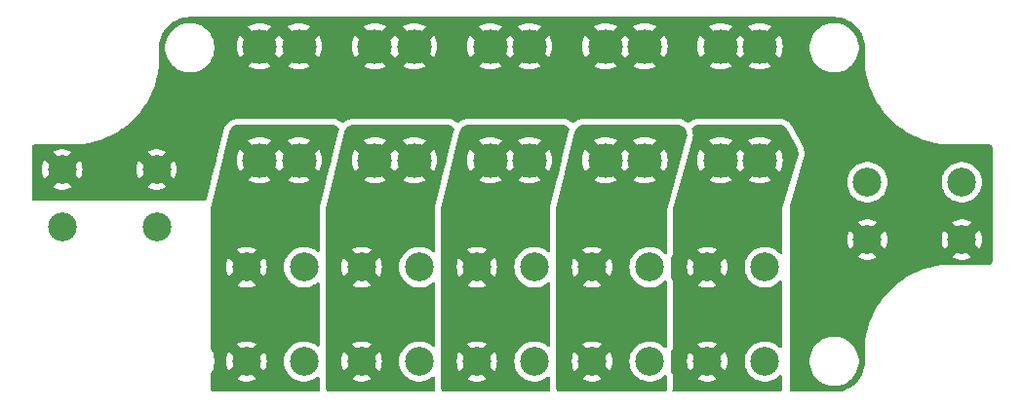
<source format=gbr>
%TF.GenerationSoftware,KiCad,Pcbnew,8.0.7-8.0.7-0~ubuntu24.04.1*%
%TF.CreationDate,2025-01-05T10:18:17-08:00*%
%TF.ProjectId,mini-pdb,6d696e69-2d70-4646-922e-6b696361645f,1.1*%
%TF.SameCoordinates,Original*%
%TF.FileFunction,Copper,L2,Bot*%
%TF.FilePolarity,Positive*%
%FSLAX46Y46*%
G04 Gerber Fmt 4.6, Leading zero omitted, Abs format (unit mm)*
G04 Created by KiCad (PCBNEW 8.0.7-8.0.7-0~ubuntu24.04.1) date 2025-01-05 10:18:17*
%MOMM*%
%LPD*%
G01*
G04 APERTURE LIST*
%TA.AperFunction,ComponentPad*%
%ADD10C,3.000000*%
%TD*%
%TA.AperFunction,ComponentPad*%
%ADD11C,2.500000*%
%TD*%
%TA.AperFunction,ViaPad*%
%ADD12C,1.270000*%
%TD*%
G04 APERTURE END LIST*
D10*
%TO.P,F5,1*%
%TO.N,/VBAT+*%
X227274920Y-112325000D03*
X223874920Y-112325000D03*
%TO.P,F5,2*%
%TO.N,/F5_OUT*%
X227274920Y-122225000D03*
X223874920Y-122225000D03*
%TD*%
%TO.P,F3,1*%
%TO.N,/VBAT+*%
X207274960Y-112325000D03*
X203874960Y-112325000D03*
%TO.P,F3,2*%
%TO.N,/F3_OUT*%
X207274960Y-122225000D03*
X203874960Y-122225000D03*
%TD*%
%TO.P,F4,1*%
%TO.N,/VBAT+*%
X217274940Y-112325000D03*
X213874940Y-112325000D03*
%TO.P,F4,2*%
%TO.N,/F4_OUT*%
X217274940Y-122225000D03*
X213874940Y-122225000D03*
%TD*%
D11*
%TO.P,J2,1,Pin_1*%
%TO.N,/VBAT+*%
X236625000Y-129125000D03*
X244824999Y-129125000D03*
%TO.P,J2,2,Pin_2*%
%TO.N,/VBAT-*%
X236625000Y-124124998D03*
X244824999Y-124124998D03*
%TD*%
%TO.P,J1,1,Pin_1*%
%TO.N,/VBAT+*%
X174925000Y-123025000D03*
X166725001Y-123025000D03*
%TO.P,J1,2,Pin_2*%
%TO.N,/VBAT-*%
X174925000Y-128025002D03*
X166725001Y-128025002D03*
%TD*%
D10*
%TO.P,F2,1*%
%TO.N,/VBAT+*%
X197274980Y-112325000D03*
X193874980Y-112325000D03*
%TO.P,F2,2*%
%TO.N,/F2_OUT*%
X197274980Y-122225000D03*
X193874980Y-122225000D03*
%TD*%
%TO.P,F1,1*%
%TO.N,/VBAT+*%
X187275000Y-112325000D03*
X183875000Y-112325000D03*
%TO.P,F1,2*%
%TO.N,/F1_OUT*%
X187275000Y-122225000D03*
X183875000Y-122225000D03*
%TD*%
D11*
%TO.P,J3,1,Pin_1*%
%TO.N,/F1_OUT*%
X182725000Y-131525000D03*
X182725000Y-139724999D03*
%TO.P,J3,2,Pin_2*%
%TO.N,/VBAT-*%
X187725002Y-131525000D03*
X187725002Y-139724999D03*
%TO.P,J3,3,Pin_3*%
%TO.N,/F2_OUT*%
X192725003Y-131525000D03*
X192725003Y-139724999D03*
%TO.P,J3,4,Pin_4*%
%TO.N,/VBAT-*%
X197725003Y-131525000D03*
X197725003Y-139724999D03*
%TO.P,J3,5,Pin_5*%
%TO.N,/F3_OUT*%
X202725003Y-131525000D03*
X202725003Y-139724999D03*
%TO.P,J3,6,Pin_6*%
%TO.N,/VBAT-*%
X207725003Y-131525000D03*
X207725003Y-139724999D03*
%TO.P,J3,7,Pin_7*%
%TO.N,/F4_OUT*%
X212725003Y-131525000D03*
X212725003Y-139724999D03*
%TO.P,J3,8,Pin_8*%
%TO.N,/VBAT-*%
X217725003Y-131525000D03*
X217725003Y-139724999D03*
%TO.P,J3,9,Pin_9*%
%TO.N,/F5_OUT*%
X222725003Y-131525000D03*
X222725003Y-139724999D03*
%TO.P,J3,10,Pin_10*%
%TO.N,/VBAT-*%
X227725004Y-131525000D03*
X227725004Y-139724999D03*
%TD*%
D12*
%TO.N,/VBAT+*%
X235712000Y-120523000D03*
X236220000Y-117856000D03*
X232918000Y-121539000D03*
X238633000Y-119888000D03*
X233426000Y-118745000D03*
%TD*%
%TA.AperFunction,Conductor*%
%TO.N,/F1_OUT*%
G36*
X190094980Y-119126645D02*
G01*
X190256352Y-119143182D01*
X190281103Y-119148309D01*
X190429699Y-119195314D01*
X190452897Y-119205356D01*
X190588864Y-119281520D01*
X190609541Y-119296056D01*
X190713757Y-119386517D01*
X190751481Y-119445326D01*
X190751421Y-119515196D01*
X190749040Y-119522447D01*
X190710920Y-119627523D01*
X190702073Y-119654199D01*
X190698089Y-119667439D01*
X190690758Y-119694495D01*
X190440562Y-120731021D01*
X190281989Y-121387968D01*
X190108578Y-122106386D01*
X190079948Y-122224997D01*
X189719332Y-123718978D01*
X189592337Y-124245099D01*
X189104291Y-126267000D01*
X189100995Y-126281597D01*
X189099479Y-126288811D01*
X189096626Y-126303458D01*
X189079980Y-126396181D01*
X189075564Y-126425794D01*
X189073833Y-126440341D01*
X189071179Y-126470146D01*
X189071178Y-126470161D01*
X189068961Y-126507566D01*
X189065603Y-126564203D01*
X189064937Y-126579183D01*
X189064719Y-126586544D01*
X189064500Y-126601421D01*
X189064500Y-130095700D01*
X189044815Y-130162739D01*
X188992011Y-130208494D01*
X188922853Y-130218438D01*
X188859297Y-130189413D01*
X188856160Y-130186599D01*
X188819485Y-130152570D01*
X188819481Y-130152567D01*
X188602706Y-130004772D01*
X188602702Y-130004770D01*
X188602699Y-130004768D01*
X188602698Y-130004767D01*
X188366327Y-129890938D01*
X188366329Y-129890938D01*
X188115625Y-129813606D01*
X188115621Y-129813605D01*
X188115617Y-129813604D01*
X187990825Y-129794794D01*
X187856189Y-129774500D01*
X187856184Y-129774500D01*
X187593820Y-129774500D01*
X187593814Y-129774500D01*
X187432249Y-129798853D01*
X187334387Y-129813604D01*
X187334384Y-129813605D01*
X187334378Y-129813606D01*
X187083675Y-129890938D01*
X186847305Y-130004767D01*
X186847304Y-130004768D01*
X186630522Y-130152567D01*
X186438200Y-130331014D01*
X186274616Y-130536143D01*
X186143434Y-130763356D01*
X186047584Y-131007578D01*
X186047578Y-131007597D01*
X185989199Y-131263374D01*
X185989198Y-131263379D01*
X185969594Y-131524995D01*
X185969594Y-131525004D01*
X185989198Y-131786620D01*
X185989199Y-131786625D01*
X186047578Y-132042402D01*
X186047580Y-132042411D01*
X186047582Y-132042416D01*
X186143434Y-132286643D01*
X186274616Y-132513857D01*
X186383384Y-132650248D01*
X186438200Y-132718985D01*
X186593845Y-132863401D01*
X186630523Y-132897433D01*
X186847298Y-133045228D01*
X186847303Y-133045230D01*
X186847304Y-133045231D01*
X186847305Y-133045232D01*
X186972845Y-133105688D01*
X187083675Y-133159061D01*
X187083676Y-133159061D01*
X187083679Y-133159063D01*
X187334387Y-133236396D01*
X187593820Y-133275500D01*
X187856184Y-133275500D01*
X188115617Y-133236396D01*
X188366325Y-133159063D01*
X188602706Y-133045228D01*
X188819481Y-132897433D01*
X188856159Y-132863400D01*
X188918691Y-132832232D01*
X188988147Y-132839819D01*
X189042476Y-132883752D01*
X189064428Y-132950084D01*
X189064500Y-132954299D01*
X189064500Y-138295699D01*
X189044815Y-138362738D01*
X188992011Y-138408493D01*
X188922853Y-138418437D01*
X188859297Y-138389412D01*
X188856160Y-138386598D01*
X188819485Y-138352569D01*
X188819481Y-138352566D01*
X188602706Y-138204771D01*
X188602702Y-138204769D01*
X188602699Y-138204767D01*
X188602698Y-138204766D01*
X188366327Y-138090937D01*
X188366329Y-138090937D01*
X188115625Y-138013605D01*
X188115621Y-138013604D01*
X188115617Y-138013603D01*
X187990825Y-137994793D01*
X187856189Y-137974499D01*
X187856184Y-137974499D01*
X187593820Y-137974499D01*
X187593814Y-137974499D01*
X187432249Y-137998852D01*
X187334387Y-138013603D01*
X187334384Y-138013604D01*
X187334378Y-138013605D01*
X187083675Y-138090937D01*
X186847305Y-138204766D01*
X186847304Y-138204767D01*
X186630522Y-138352566D01*
X186438200Y-138531013D01*
X186274616Y-138736142D01*
X186143434Y-138963355D01*
X186047584Y-139207577D01*
X186047578Y-139207596D01*
X185989199Y-139463373D01*
X185989198Y-139463378D01*
X185969594Y-139724994D01*
X185969594Y-139725003D01*
X185989198Y-139986619D01*
X185989199Y-139986624D01*
X186047578Y-140242401D01*
X186047580Y-140242410D01*
X186047582Y-140242415D01*
X186143434Y-140486642D01*
X186274616Y-140713856D01*
X186383384Y-140850247D01*
X186438200Y-140918984D01*
X186593845Y-141063400D01*
X186630523Y-141097432D01*
X186847298Y-141245227D01*
X186847303Y-141245229D01*
X186847304Y-141245230D01*
X186847305Y-141245231D01*
X186972845Y-141305687D01*
X187083675Y-141359060D01*
X187083676Y-141359060D01*
X187083679Y-141359062D01*
X187334387Y-141436395D01*
X187593820Y-141475499D01*
X187856184Y-141475499D01*
X188115617Y-141436395D01*
X188366325Y-141359062D01*
X188602706Y-141245227D01*
X188819481Y-141097432D01*
X188856159Y-141063399D01*
X188918691Y-141032231D01*
X188988147Y-141039818D01*
X189042476Y-141083751D01*
X189064428Y-141150083D01*
X189064500Y-141154298D01*
X189064500Y-141863714D01*
X189065282Y-141891833D01*
X189066049Y-141905597D01*
X189068393Y-141933629D01*
X189081845Y-142054037D01*
X189081848Y-142054054D01*
X189088003Y-142109151D01*
X189088008Y-142109187D01*
X189097336Y-142164564D01*
X189097338Y-142164575D01*
X189097339Y-142164578D01*
X189103414Y-142191432D01*
X189110558Y-142216456D01*
X189110037Y-142286322D01*
X189071825Y-142344816D01*
X189008055Y-142373366D01*
X188991324Y-142374500D01*
X179800853Y-142374500D01*
X179733814Y-142354815D01*
X179695551Y-142315978D01*
X179663910Y-142265093D01*
X179652055Y-142240239D01*
X179596455Y-142079895D01*
X179590380Y-142053041D01*
X179577039Y-141933629D01*
X179570767Y-141877485D01*
X179570000Y-141863717D01*
X179570000Y-141269521D01*
X181898897Y-141269521D01*
X182083855Y-141358593D01*
X182083858Y-141358594D01*
X182334494Y-141435906D01*
X182334500Y-141435908D01*
X182593848Y-141474998D01*
X182593857Y-141474999D01*
X182856143Y-141474999D01*
X182856151Y-141474998D01*
X183115499Y-141435908D01*
X183115505Y-141435906D01*
X183366141Y-141358594D01*
X183366145Y-141358593D01*
X183551102Y-141269521D01*
X182725000Y-140443419D01*
X181898897Y-141269521D01*
X179570000Y-141269521D01*
X179570000Y-140938495D01*
X179586613Y-140876495D01*
X179601768Y-140850246D01*
X179719381Y-140646534D01*
X179826508Y-140387907D01*
X179898961Y-140117509D01*
X179935500Y-139839968D01*
X179935500Y-139724994D01*
X180970093Y-139724994D01*
X180970093Y-139725003D01*
X180989692Y-139986544D01*
X180989693Y-139986549D01*
X181048058Y-140242269D01*
X181143880Y-140486418D01*
X181143882Y-140486422D01*
X181180950Y-140550627D01*
X182006580Y-139724999D01*
X181937784Y-139656203D01*
X182026500Y-139656203D01*
X182026500Y-139793795D01*
X182053343Y-139928744D01*
X182105997Y-140055863D01*
X182182439Y-140170267D01*
X182279732Y-140267560D01*
X182394136Y-140344002D01*
X182521255Y-140396656D01*
X182656204Y-140423499D01*
X182793796Y-140423499D01*
X182928745Y-140396656D01*
X183055864Y-140344002D01*
X183170268Y-140267560D01*
X183267561Y-140170267D01*
X183344003Y-140055863D01*
X183396657Y-139928744D01*
X183423500Y-139793795D01*
X183423500Y-139724998D01*
X183443420Y-139724998D01*
X183443420Y-139724999D01*
X184269048Y-140550628D01*
X184269049Y-140550628D01*
X184306116Y-140486425D01*
X184401941Y-140242269D01*
X184460306Y-139986549D01*
X184460307Y-139986544D01*
X184479907Y-139725003D01*
X184479907Y-139724994D01*
X184460307Y-139463453D01*
X184460306Y-139463448D01*
X184401941Y-139207728D01*
X184306116Y-138963572D01*
X184306117Y-138963572D01*
X184269048Y-138899369D01*
X183443420Y-139724998D01*
X183423500Y-139724998D01*
X183423500Y-139656203D01*
X183396657Y-139521254D01*
X183344003Y-139394135D01*
X183267561Y-139279731D01*
X183170268Y-139182438D01*
X183055864Y-139105996D01*
X182928745Y-139053342D01*
X182793796Y-139026499D01*
X182656204Y-139026499D01*
X182521255Y-139053342D01*
X182394136Y-139105996D01*
X182279732Y-139182438D01*
X182182439Y-139279731D01*
X182105997Y-139394135D01*
X182053343Y-139521254D01*
X182026500Y-139656203D01*
X181937784Y-139656203D01*
X181180950Y-138899369D01*
X181143883Y-138963571D01*
X181048057Y-139207734D01*
X180989693Y-139463448D01*
X180989692Y-139463453D01*
X180970093Y-139724994D01*
X179935500Y-139724994D01*
X179935500Y-139560032D01*
X179898961Y-139282491D01*
X179826508Y-139012093D01*
X179770055Y-138875804D01*
X179719386Y-138753477D01*
X179719379Y-138753462D01*
X179586613Y-138523504D01*
X179570000Y-138461504D01*
X179570000Y-138180476D01*
X181898897Y-138180476D01*
X182725000Y-139006579D01*
X182725001Y-139006579D01*
X183551103Y-138180476D01*
X183551102Y-138180474D01*
X183366142Y-138091403D01*
X183366144Y-138091403D01*
X183115505Y-138014091D01*
X183115499Y-138014089D01*
X182856151Y-137974999D01*
X182593848Y-137974999D01*
X182334500Y-138014089D01*
X182334494Y-138014091D01*
X182083858Y-138091403D01*
X182083854Y-138091404D01*
X181898897Y-138180476D01*
X179570000Y-138180476D01*
X179570000Y-133069522D01*
X181898897Y-133069522D01*
X182083855Y-133158594D01*
X182083858Y-133158595D01*
X182334494Y-133235907D01*
X182334500Y-133235909D01*
X182593848Y-133274999D01*
X182593857Y-133275000D01*
X182856143Y-133275000D01*
X182856151Y-133274999D01*
X183115499Y-133235909D01*
X183115505Y-133235907D01*
X183366141Y-133158595D01*
X183366145Y-133158594D01*
X183551102Y-133069522D01*
X182725000Y-132243420D01*
X181898897Y-133069522D01*
X179570000Y-133069522D01*
X179570000Y-131524995D01*
X180970093Y-131524995D01*
X180970093Y-131525004D01*
X180989692Y-131786545D01*
X180989693Y-131786550D01*
X181048058Y-132042270D01*
X181143880Y-132286419D01*
X181143882Y-132286423D01*
X181180950Y-132350628D01*
X182006580Y-131525000D01*
X181937784Y-131456204D01*
X182026500Y-131456204D01*
X182026500Y-131593796D01*
X182053343Y-131728745D01*
X182105997Y-131855864D01*
X182182439Y-131970268D01*
X182279732Y-132067561D01*
X182394136Y-132144003D01*
X182521255Y-132196657D01*
X182656204Y-132223500D01*
X182793796Y-132223500D01*
X182928745Y-132196657D01*
X183055864Y-132144003D01*
X183170268Y-132067561D01*
X183267561Y-131970268D01*
X183344003Y-131855864D01*
X183396657Y-131728745D01*
X183423500Y-131593796D01*
X183423500Y-131524999D01*
X183443420Y-131524999D01*
X183443420Y-131525000D01*
X184269048Y-132350629D01*
X184269049Y-132350629D01*
X184306116Y-132286426D01*
X184401941Y-132042270D01*
X184460306Y-131786550D01*
X184460307Y-131786545D01*
X184479907Y-131525004D01*
X184479907Y-131524995D01*
X184460307Y-131263454D01*
X184460306Y-131263449D01*
X184401941Y-131007729D01*
X184306116Y-130763573D01*
X184306117Y-130763573D01*
X184269048Y-130699370D01*
X183443420Y-131524999D01*
X183423500Y-131524999D01*
X183423500Y-131456204D01*
X183396657Y-131321255D01*
X183344003Y-131194136D01*
X183267561Y-131079732D01*
X183170268Y-130982439D01*
X183055864Y-130905997D01*
X182928745Y-130853343D01*
X182793796Y-130826500D01*
X182656204Y-130826500D01*
X182521255Y-130853343D01*
X182394136Y-130905997D01*
X182279732Y-130982439D01*
X182182439Y-131079732D01*
X182105997Y-131194136D01*
X182053343Y-131321255D01*
X182026500Y-131456204D01*
X181937784Y-131456204D01*
X181180950Y-130699370D01*
X181143883Y-130763572D01*
X181048057Y-131007735D01*
X180989693Y-131263449D01*
X180989692Y-131263454D01*
X180970093Y-131524995D01*
X179570000Y-131524995D01*
X179570000Y-129980477D01*
X181898897Y-129980477D01*
X182725000Y-130806580D01*
X182725001Y-130806580D01*
X183551103Y-129980477D01*
X183551102Y-129980475D01*
X183366142Y-129891404D01*
X183366144Y-129891404D01*
X183115505Y-129814092D01*
X183115499Y-129814090D01*
X182856151Y-129775000D01*
X182593848Y-129775000D01*
X182334500Y-129814090D01*
X182334494Y-129814092D01*
X182083858Y-129891404D01*
X182083854Y-129891405D01*
X181898897Y-129980477D01*
X179570000Y-129980477D01*
X179570000Y-126601452D01*
X179570217Y-126594114D01*
X179575792Y-126500077D01*
X179577526Y-126485505D01*
X179585634Y-126440341D01*
X179594174Y-126392771D01*
X179595677Y-126385622D01*
X180083725Y-124363710D01*
X180599966Y-122224997D01*
X181869891Y-122224997D01*
X181890300Y-122510362D01*
X181951109Y-122789895D01*
X182051091Y-123057958D01*
X182147344Y-123234232D01*
X182147345Y-123234232D01*
X183075462Y-122306116D01*
X183105743Y-122458351D01*
X183166049Y-122603942D01*
X183253599Y-122734970D01*
X183365030Y-122846401D01*
X183496058Y-122933951D01*
X183641649Y-122994257D01*
X183793882Y-123024537D01*
X182865766Y-123952653D01*
X182865766Y-123952654D01*
X183042042Y-124048908D01*
X183042041Y-124048908D01*
X183310104Y-124148890D01*
X183589637Y-124209699D01*
X183874999Y-124230109D01*
X183875001Y-124230109D01*
X184160362Y-124209699D01*
X184439895Y-124148890D01*
X184707957Y-124048908D01*
X184884232Y-123952654D01*
X184884232Y-123952653D01*
X183956118Y-123024537D01*
X184108351Y-122994257D01*
X184253942Y-122933951D01*
X184384970Y-122846401D01*
X184496401Y-122734970D01*
X184583951Y-122603942D01*
X184644257Y-122458351D01*
X184674537Y-122306117D01*
X185574999Y-123206579D01*
X186475462Y-122306116D01*
X186505743Y-122458351D01*
X186566049Y-122603942D01*
X186653599Y-122734970D01*
X186765030Y-122846401D01*
X186896058Y-122933951D01*
X187041649Y-122994257D01*
X187193882Y-123024537D01*
X186265766Y-123952653D01*
X186265766Y-123952654D01*
X186442042Y-124048908D01*
X186442041Y-124048908D01*
X186710104Y-124148890D01*
X186989637Y-124209699D01*
X187274999Y-124230109D01*
X187275001Y-124230109D01*
X187560362Y-124209699D01*
X187839895Y-124148890D01*
X188107957Y-124048908D01*
X188284232Y-123952654D01*
X188284232Y-123952653D01*
X187356118Y-123024537D01*
X187508351Y-122994257D01*
X187653942Y-122933951D01*
X187784970Y-122846401D01*
X187896401Y-122734970D01*
X187983951Y-122603942D01*
X188044257Y-122458351D01*
X188074537Y-122306118D01*
X189002653Y-123234232D01*
X189002654Y-123234232D01*
X189098908Y-123057957D01*
X189198890Y-122789895D01*
X189259699Y-122510362D01*
X189280109Y-122224997D01*
X189259699Y-121939637D01*
X189198890Y-121660104D01*
X189098908Y-121392042D01*
X189002653Y-121215766D01*
X188074537Y-122143881D01*
X188044257Y-121991649D01*
X187983951Y-121846058D01*
X187896401Y-121715030D01*
X187784970Y-121603599D01*
X187653942Y-121516049D01*
X187508351Y-121455743D01*
X187356117Y-121425462D01*
X188284232Y-120497345D01*
X188284232Y-120497344D01*
X188107958Y-120401091D01*
X187839895Y-120301109D01*
X187560362Y-120240300D01*
X187275001Y-120219891D01*
X187274999Y-120219891D01*
X186989637Y-120240300D01*
X186710104Y-120301109D01*
X186442047Y-120401089D01*
X186265766Y-120497344D01*
X186265766Y-120497345D01*
X187193883Y-121425462D01*
X187041649Y-121455743D01*
X186896058Y-121516049D01*
X186765030Y-121603599D01*
X186653599Y-121715030D01*
X186566049Y-121846058D01*
X186505743Y-121991649D01*
X186475462Y-122143882D01*
X185575001Y-121243420D01*
X185575000Y-121243420D01*
X184674537Y-122143882D01*
X184644257Y-121991649D01*
X184583951Y-121846058D01*
X184496401Y-121715030D01*
X184384970Y-121603599D01*
X184253942Y-121516049D01*
X184108351Y-121455743D01*
X183956117Y-121425462D01*
X184884232Y-120497345D01*
X184884232Y-120497344D01*
X184707958Y-120401091D01*
X184439895Y-120301109D01*
X184160362Y-120240300D01*
X183875001Y-120219891D01*
X183874999Y-120219891D01*
X183589637Y-120240300D01*
X183310104Y-120301109D01*
X183042047Y-120401089D01*
X182865766Y-120497344D01*
X182865766Y-120497345D01*
X183793883Y-121425462D01*
X183641649Y-121455743D01*
X183496058Y-121516049D01*
X183365030Y-121603599D01*
X183253599Y-121715030D01*
X183166049Y-121846058D01*
X183105743Y-121991649D01*
X183075462Y-122143883D01*
X182147345Y-121215766D01*
X182147344Y-121215766D01*
X182051089Y-121392047D01*
X181951109Y-121660104D01*
X181890300Y-121939637D01*
X181869891Y-122224997D01*
X180599966Y-122224997D01*
X180773377Y-121506579D01*
X181182145Y-119813111D01*
X181186116Y-119799918D01*
X181246312Y-119633989D01*
X181258496Y-119609347D01*
X181350052Y-119466611D01*
X181367375Y-119445255D01*
X181488146Y-119326226D01*
X181509753Y-119309214D01*
X181653800Y-119219742D01*
X181678620Y-119207916D01*
X181838851Y-119152408D01*
X181865668Y-119146345D01*
X182041091Y-119126764D01*
X182054846Y-119126000D01*
X190082340Y-119126000D01*
X190094980Y-119126645D01*
G37*
%TD.AperFunction*%
%TD*%
%TA.AperFunction,Conductor*%
%TO.N,/F2_OUT*%
G36*
X200094980Y-119126645D02*
G01*
X200256352Y-119143182D01*
X200281103Y-119148309D01*
X200429699Y-119195314D01*
X200452897Y-119205356D01*
X200588864Y-119281520D01*
X200609541Y-119296056D01*
X200713757Y-119386517D01*
X200751481Y-119445326D01*
X200751421Y-119515196D01*
X200749040Y-119522447D01*
X200710920Y-119627523D01*
X200702073Y-119654199D01*
X200698089Y-119667439D01*
X200690758Y-119694495D01*
X200440562Y-120731021D01*
X200280264Y-121395113D01*
X200280263Y-121395117D01*
X200108578Y-122106387D01*
X200079948Y-122224997D01*
X199719332Y-123718978D01*
X199592337Y-124245099D01*
X199104293Y-126266991D01*
X199100998Y-126281589D01*
X199099477Y-126288822D01*
X199096634Y-126303415D01*
X199088088Y-126351020D01*
X199079981Y-126396174D01*
X199075564Y-126425793D01*
X199073833Y-126440341D01*
X199073833Y-126440346D01*
X199071178Y-126470161D01*
X199067632Y-126529983D01*
X199065603Y-126564203D01*
X199064937Y-126579183D01*
X199064719Y-126586544D01*
X199064500Y-126601421D01*
X199064500Y-130095699D01*
X199044815Y-130162738D01*
X198992011Y-130208493D01*
X198922853Y-130218437D01*
X198859297Y-130189412D01*
X198856160Y-130186599D01*
X198819482Y-130152567D01*
X198736072Y-130095699D01*
X198602707Y-130004772D01*
X198602703Y-130004770D01*
X198602700Y-130004768D01*
X198602699Y-130004767D01*
X198366328Y-129890938D01*
X198366330Y-129890938D01*
X198115626Y-129813606D01*
X198115622Y-129813605D01*
X198115618Y-129813604D01*
X197990826Y-129794794D01*
X197856190Y-129774500D01*
X197856185Y-129774500D01*
X197593821Y-129774500D01*
X197593815Y-129774500D01*
X197432250Y-129798853D01*
X197334388Y-129813604D01*
X197334385Y-129813605D01*
X197334379Y-129813606D01*
X197083676Y-129890938D01*
X196847306Y-130004767D01*
X196847305Y-130004768D01*
X196630523Y-130152567D01*
X196438201Y-130331014D01*
X196274617Y-130536143D01*
X196143435Y-130763356D01*
X196047585Y-131007578D01*
X196047579Y-131007597D01*
X195989200Y-131263374D01*
X195989199Y-131263379D01*
X195969595Y-131524995D01*
X195969595Y-131525004D01*
X195989199Y-131786620D01*
X195989200Y-131786625D01*
X196047579Y-132042402D01*
X196047581Y-132042411D01*
X196047583Y-132042416D01*
X196143435Y-132286643D01*
X196274617Y-132513857D01*
X196383385Y-132650248D01*
X196438201Y-132718985D01*
X196593847Y-132863402D01*
X196630524Y-132897433D01*
X196847299Y-133045228D01*
X196847304Y-133045230D01*
X196847305Y-133045231D01*
X196847306Y-133045232D01*
X196972846Y-133105688D01*
X197083676Y-133159061D01*
X197083677Y-133159061D01*
X197083680Y-133159063D01*
X197334388Y-133236396D01*
X197593821Y-133275500D01*
X197856185Y-133275500D01*
X198115618Y-133236396D01*
X198366326Y-133159063D01*
X198602707Y-133045228D01*
X198819482Y-132897433D01*
X198856159Y-132863402D01*
X198918691Y-132832233D01*
X198988147Y-132839820D01*
X199042476Y-132883753D01*
X199064428Y-132950085D01*
X199064500Y-132954300D01*
X199064500Y-138295698D01*
X199044815Y-138362737D01*
X198992011Y-138408492D01*
X198922853Y-138418436D01*
X198859297Y-138389411D01*
X198856160Y-138386598D01*
X198819482Y-138352566D01*
X198736072Y-138295698D01*
X198602707Y-138204771D01*
X198602703Y-138204769D01*
X198602700Y-138204767D01*
X198602699Y-138204766D01*
X198366328Y-138090937D01*
X198366330Y-138090937D01*
X198115626Y-138013605D01*
X198115622Y-138013604D01*
X198115618Y-138013603D01*
X197990826Y-137994793D01*
X197856190Y-137974499D01*
X197856185Y-137974499D01*
X197593821Y-137974499D01*
X197593815Y-137974499D01*
X197432250Y-137998852D01*
X197334388Y-138013603D01*
X197334385Y-138013604D01*
X197334379Y-138013605D01*
X197083676Y-138090937D01*
X196847306Y-138204766D01*
X196847305Y-138204767D01*
X196630523Y-138352566D01*
X196438201Y-138531013D01*
X196274617Y-138736142D01*
X196143435Y-138963355D01*
X196047585Y-139207577D01*
X196047579Y-139207596D01*
X195989200Y-139463373D01*
X195989199Y-139463378D01*
X195969595Y-139724994D01*
X195969595Y-139725003D01*
X195989199Y-139986619D01*
X195989200Y-139986624D01*
X196047579Y-140242401D01*
X196047581Y-140242410D01*
X196047583Y-140242415D01*
X196143435Y-140486642D01*
X196274617Y-140713856D01*
X196383385Y-140850247D01*
X196438201Y-140918984D01*
X196593847Y-141063401D01*
X196630524Y-141097432D01*
X196847299Y-141245227D01*
X196847304Y-141245229D01*
X196847305Y-141245230D01*
X196847306Y-141245231D01*
X196972846Y-141305687D01*
X197083676Y-141359060D01*
X197083677Y-141359060D01*
X197083680Y-141359062D01*
X197334388Y-141436395D01*
X197593821Y-141475499D01*
X197856185Y-141475499D01*
X198115618Y-141436395D01*
X198366326Y-141359062D01*
X198602707Y-141245227D01*
X198819482Y-141097432D01*
X198856159Y-141063401D01*
X198918691Y-141032232D01*
X198988147Y-141039819D01*
X199042476Y-141083752D01*
X199064428Y-141150084D01*
X199064500Y-141154299D01*
X199064500Y-141863714D01*
X199065282Y-141891833D01*
X199066049Y-141905593D01*
X199068394Y-141933630D01*
X199074844Y-141991370D01*
X199074852Y-141991434D01*
X199088003Y-142109152D01*
X199088008Y-142109187D01*
X199097336Y-142164564D01*
X199097338Y-142164575D01*
X199097339Y-142164578D01*
X199103414Y-142191432D01*
X199110558Y-142216456D01*
X199110037Y-142286322D01*
X199071825Y-142344816D01*
X199008055Y-142373366D01*
X198991324Y-142374500D01*
X189800853Y-142374500D01*
X189733814Y-142354815D01*
X189695551Y-142315978D01*
X189663910Y-142265093D01*
X189652055Y-142240239D01*
X189596455Y-142079895D01*
X189590380Y-142053041D01*
X189583497Y-141991434D01*
X189570767Y-141877485D01*
X189570000Y-141863717D01*
X189570000Y-141269521D01*
X191898900Y-141269521D01*
X192083858Y-141358593D01*
X192083861Y-141358594D01*
X192334497Y-141435906D01*
X192334503Y-141435908D01*
X192593851Y-141474998D01*
X192593860Y-141474999D01*
X192856146Y-141474999D01*
X192856154Y-141474998D01*
X193115502Y-141435908D01*
X193115508Y-141435906D01*
X193366144Y-141358594D01*
X193366148Y-141358593D01*
X193551105Y-141269521D01*
X192725003Y-140443419D01*
X191898900Y-141269521D01*
X189570000Y-141269521D01*
X189570000Y-139724994D01*
X190970096Y-139724994D01*
X190970096Y-139725003D01*
X190989695Y-139986544D01*
X190989696Y-139986549D01*
X191048061Y-140242269D01*
X191143883Y-140486418D01*
X191143885Y-140486422D01*
X191180953Y-140550627D01*
X192006583Y-139724999D01*
X192006583Y-139724998D01*
X191937788Y-139656203D01*
X192026503Y-139656203D01*
X192026503Y-139793795D01*
X192053346Y-139928744D01*
X192106000Y-140055863D01*
X192182442Y-140170267D01*
X192279735Y-140267560D01*
X192394139Y-140344002D01*
X192521258Y-140396656D01*
X192656207Y-140423499D01*
X192793799Y-140423499D01*
X192928748Y-140396656D01*
X193055867Y-140344002D01*
X193170271Y-140267560D01*
X193267564Y-140170267D01*
X193344006Y-140055863D01*
X193396660Y-139928744D01*
X193423503Y-139793795D01*
X193423503Y-139724998D01*
X193443423Y-139724998D01*
X193443423Y-139724999D01*
X194269051Y-140550628D01*
X194269052Y-140550628D01*
X194306119Y-140486425D01*
X194401944Y-140242269D01*
X194460309Y-139986549D01*
X194460310Y-139986544D01*
X194479910Y-139725003D01*
X194479910Y-139724994D01*
X194460310Y-139463453D01*
X194460309Y-139463448D01*
X194401944Y-139207728D01*
X194306119Y-138963572D01*
X194306120Y-138963572D01*
X194269051Y-138899369D01*
X193443423Y-139724998D01*
X193423503Y-139724998D01*
X193423503Y-139656203D01*
X193396660Y-139521254D01*
X193344006Y-139394135D01*
X193267564Y-139279731D01*
X193170271Y-139182438D01*
X193055867Y-139105996D01*
X192928748Y-139053342D01*
X192793799Y-139026499D01*
X192656207Y-139026499D01*
X192521258Y-139053342D01*
X192394139Y-139105996D01*
X192279735Y-139182438D01*
X192182442Y-139279731D01*
X192106000Y-139394135D01*
X192053346Y-139521254D01*
X192026503Y-139656203D01*
X191937788Y-139656203D01*
X191180953Y-138899369D01*
X191143886Y-138963571D01*
X191048060Y-139207734D01*
X190989696Y-139463448D01*
X190989695Y-139463453D01*
X190970096Y-139724994D01*
X189570000Y-139724994D01*
X189570000Y-138180476D01*
X191898900Y-138180476D01*
X192725003Y-139006579D01*
X192725004Y-139006579D01*
X193551106Y-138180476D01*
X193551105Y-138180474D01*
X193366145Y-138091403D01*
X193366147Y-138091403D01*
X193115508Y-138014091D01*
X193115502Y-138014089D01*
X192856154Y-137974999D01*
X192593851Y-137974999D01*
X192334503Y-138014089D01*
X192334497Y-138014091D01*
X192083861Y-138091403D01*
X192083857Y-138091404D01*
X191898900Y-138180476D01*
X189570000Y-138180476D01*
X189570000Y-133069522D01*
X191898900Y-133069522D01*
X192083858Y-133158594D01*
X192083861Y-133158595D01*
X192334497Y-133235907D01*
X192334503Y-133235909D01*
X192593851Y-133274999D01*
X192593860Y-133275000D01*
X192856146Y-133275000D01*
X192856154Y-133274999D01*
X193115502Y-133235909D01*
X193115508Y-133235907D01*
X193366144Y-133158595D01*
X193366148Y-133158594D01*
X193551105Y-133069522D01*
X192725003Y-132243420D01*
X191898900Y-133069522D01*
X189570000Y-133069522D01*
X189570000Y-131524995D01*
X190970096Y-131524995D01*
X190970096Y-131525004D01*
X190989695Y-131786545D01*
X190989696Y-131786550D01*
X191048061Y-132042270D01*
X191143883Y-132286419D01*
X191143885Y-132286423D01*
X191180953Y-132350628D01*
X192006583Y-131525000D01*
X192006583Y-131524999D01*
X191937788Y-131456204D01*
X192026503Y-131456204D01*
X192026503Y-131593796D01*
X192053346Y-131728745D01*
X192106000Y-131855864D01*
X192182442Y-131970268D01*
X192279735Y-132067561D01*
X192394139Y-132144003D01*
X192521258Y-132196657D01*
X192656207Y-132223500D01*
X192793799Y-132223500D01*
X192928748Y-132196657D01*
X193055867Y-132144003D01*
X193170271Y-132067561D01*
X193267564Y-131970268D01*
X193344006Y-131855864D01*
X193396660Y-131728745D01*
X193423503Y-131593796D01*
X193423503Y-131524999D01*
X193443423Y-131524999D01*
X193443423Y-131525000D01*
X194269051Y-132350629D01*
X194269052Y-132350629D01*
X194306119Y-132286426D01*
X194401944Y-132042270D01*
X194460309Y-131786550D01*
X194460310Y-131786545D01*
X194479910Y-131525004D01*
X194479910Y-131524995D01*
X194460310Y-131263454D01*
X194460309Y-131263449D01*
X194401944Y-131007729D01*
X194306119Y-130763573D01*
X194306120Y-130763573D01*
X194269051Y-130699370D01*
X193443423Y-131524999D01*
X193423503Y-131524999D01*
X193423503Y-131456204D01*
X193396660Y-131321255D01*
X193344006Y-131194136D01*
X193267564Y-131079732D01*
X193170271Y-130982439D01*
X193055867Y-130905997D01*
X192928748Y-130853343D01*
X192793799Y-130826500D01*
X192656207Y-130826500D01*
X192521258Y-130853343D01*
X192394139Y-130905997D01*
X192279735Y-130982439D01*
X192182442Y-131079732D01*
X192106000Y-131194136D01*
X192053346Y-131321255D01*
X192026503Y-131456204D01*
X191937788Y-131456204D01*
X191180953Y-130699370D01*
X191143886Y-130763572D01*
X191048060Y-131007735D01*
X190989696Y-131263449D01*
X190989695Y-131263454D01*
X190970096Y-131524995D01*
X189570000Y-131524995D01*
X189570000Y-129980477D01*
X191898900Y-129980477D01*
X192725003Y-130806580D01*
X192725004Y-130806580D01*
X193551106Y-129980477D01*
X193551105Y-129980475D01*
X193366145Y-129891404D01*
X193366147Y-129891404D01*
X193115508Y-129814092D01*
X193115502Y-129814090D01*
X192856154Y-129775000D01*
X192593851Y-129775000D01*
X192334503Y-129814090D01*
X192334497Y-129814092D01*
X192083861Y-129891404D01*
X192083857Y-129891405D01*
X191898900Y-129980477D01*
X189570000Y-129980477D01*
X189570000Y-126601452D01*
X189570217Y-126594114D01*
X189575792Y-126500077D01*
X189577526Y-126485505D01*
X189594171Y-126392786D01*
X189595677Y-126385622D01*
X190083725Y-124363710D01*
X190599966Y-122224997D01*
X191869871Y-122224997D01*
X191890280Y-122510362D01*
X191951089Y-122789895D01*
X192051071Y-123057958D01*
X192147324Y-123234232D01*
X192147325Y-123234232D01*
X193075442Y-122306116D01*
X193105723Y-122458351D01*
X193166029Y-122603942D01*
X193253579Y-122734970D01*
X193365010Y-122846401D01*
X193496038Y-122933951D01*
X193641629Y-122994257D01*
X193793862Y-123024537D01*
X192865746Y-123952653D01*
X192865746Y-123952654D01*
X193042022Y-124048908D01*
X193042021Y-124048908D01*
X193310084Y-124148890D01*
X193589617Y-124209699D01*
X193874979Y-124230109D01*
X193874981Y-124230109D01*
X194160342Y-124209699D01*
X194439875Y-124148890D01*
X194707937Y-124048908D01*
X194884212Y-123952654D01*
X194884212Y-123952653D01*
X193956098Y-123024537D01*
X194108331Y-122994257D01*
X194253922Y-122933951D01*
X194384950Y-122846401D01*
X194496381Y-122734970D01*
X194583931Y-122603942D01*
X194644237Y-122458351D01*
X194674517Y-122306117D01*
X195574979Y-123206579D01*
X196475442Y-122306116D01*
X196505723Y-122458351D01*
X196566029Y-122603942D01*
X196653579Y-122734970D01*
X196765010Y-122846401D01*
X196896038Y-122933951D01*
X197041629Y-122994257D01*
X197193862Y-123024537D01*
X196265746Y-123952653D01*
X196265746Y-123952654D01*
X196442022Y-124048908D01*
X196442021Y-124048908D01*
X196710084Y-124148890D01*
X196989617Y-124209699D01*
X197274979Y-124230109D01*
X197274981Y-124230109D01*
X197560342Y-124209699D01*
X197839875Y-124148890D01*
X198107937Y-124048908D01*
X198284212Y-123952654D01*
X198284212Y-123952653D01*
X197356098Y-123024537D01*
X197508331Y-122994257D01*
X197653922Y-122933951D01*
X197784950Y-122846401D01*
X197896381Y-122734970D01*
X197983931Y-122603942D01*
X198044237Y-122458351D01*
X198074517Y-122306118D01*
X199002633Y-123234232D01*
X199002634Y-123234232D01*
X199098888Y-123057957D01*
X199198870Y-122789895D01*
X199259679Y-122510362D01*
X199280089Y-122224997D01*
X199259679Y-121939637D01*
X199198870Y-121660104D01*
X199098888Y-121392042D01*
X199002633Y-121215766D01*
X198074517Y-122143881D01*
X198044237Y-121991649D01*
X197983931Y-121846058D01*
X197896381Y-121715030D01*
X197784950Y-121603599D01*
X197653922Y-121516049D01*
X197508331Y-121455743D01*
X197356097Y-121425462D01*
X198284212Y-120497345D01*
X198284212Y-120497344D01*
X198107938Y-120401091D01*
X197839875Y-120301109D01*
X197560342Y-120240300D01*
X197274981Y-120219891D01*
X197274979Y-120219891D01*
X196989617Y-120240300D01*
X196710084Y-120301109D01*
X196442027Y-120401089D01*
X196265746Y-120497344D01*
X196265746Y-120497345D01*
X197193863Y-121425462D01*
X197041629Y-121455743D01*
X196896038Y-121516049D01*
X196765010Y-121603599D01*
X196653579Y-121715030D01*
X196566029Y-121846058D01*
X196505723Y-121991649D01*
X196475442Y-122143882D01*
X195574981Y-121243420D01*
X195574980Y-121243420D01*
X194674517Y-122143882D01*
X194644237Y-121991649D01*
X194583931Y-121846058D01*
X194496381Y-121715030D01*
X194384950Y-121603599D01*
X194253922Y-121516049D01*
X194108331Y-121455743D01*
X193956097Y-121425462D01*
X194884212Y-120497345D01*
X194884212Y-120497344D01*
X194707938Y-120401091D01*
X194439875Y-120301109D01*
X194160342Y-120240300D01*
X193874981Y-120219891D01*
X193874979Y-120219891D01*
X193589617Y-120240300D01*
X193310084Y-120301109D01*
X193042027Y-120401089D01*
X192865746Y-120497344D01*
X192865746Y-120497345D01*
X193793863Y-121425462D01*
X193641629Y-121455743D01*
X193496038Y-121516049D01*
X193365010Y-121603599D01*
X193253579Y-121715030D01*
X193166029Y-121846058D01*
X193105723Y-121991649D01*
X193075442Y-122143882D01*
X192147325Y-121215766D01*
X192147324Y-121215766D01*
X192051069Y-121392047D01*
X191951089Y-121660104D01*
X191890280Y-121939637D01*
X191869871Y-122224997D01*
X190599966Y-122224997D01*
X190773377Y-121506579D01*
X191182145Y-119813111D01*
X191186116Y-119799918D01*
X191246312Y-119633989D01*
X191258496Y-119609347D01*
X191350052Y-119466611D01*
X191367375Y-119445255D01*
X191488146Y-119326226D01*
X191509753Y-119309214D01*
X191653800Y-119219742D01*
X191678620Y-119207916D01*
X191838851Y-119152408D01*
X191865668Y-119146345D01*
X192041091Y-119126764D01*
X192054846Y-119126000D01*
X200082340Y-119126000D01*
X200094980Y-119126645D01*
G37*
%TD.AperFunction*%
%TD*%
%TA.AperFunction,Conductor*%
%TO.N,/VBAT+*%
G36*
X233753472Y-109775695D02*
G01*
X234042507Y-109791927D01*
X234056305Y-109793481D01*
X234338265Y-109841388D01*
X234351821Y-109844482D01*
X234626642Y-109923657D01*
X234639768Y-109928250D01*
X234903994Y-110037696D01*
X234916508Y-110043722D01*
X235166830Y-110182070D01*
X235178603Y-110189468D01*
X235411843Y-110354961D01*
X235422704Y-110363622D01*
X235635964Y-110554202D01*
X235645795Y-110564033D01*
X235741017Y-110670587D01*
X235836373Y-110777290D01*
X235845042Y-110788162D01*
X236010530Y-111021395D01*
X236017929Y-111033169D01*
X236156273Y-111283484D01*
X236162306Y-111296012D01*
X236271749Y-111560232D01*
X236276342Y-111573357D01*
X236355517Y-111848178D01*
X236358611Y-111861735D01*
X236406516Y-112143684D01*
X236408073Y-112157502D01*
X236424305Y-112446527D01*
X236424500Y-112453480D01*
X236424500Y-113641097D01*
X236462466Y-114171930D01*
X236538205Y-114698709D01*
X236651327Y-115218724D01*
X236651330Y-115218734D01*
X236668152Y-115276023D01*
X236801266Y-115729365D01*
X236930405Y-116075602D01*
X236987248Y-116228004D01*
X237208325Y-116712095D01*
X237463375Y-117179184D01*
X237751102Y-117626897D01*
X237751105Y-117626902D01*
X238070025Y-118052930D01*
X238312664Y-118332950D01*
X238418543Y-118455141D01*
X238418552Y-118455150D01*
X238418564Y-118455163D01*
X238794836Y-118831435D01*
X238794849Y-118831447D01*
X238794859Y-118831457D01*
X238907495Y-118929056D01*
X239197069Y-119179974D01*
X239623097Y-119498894D01*
X239623102Y-119498897D01*
X240070809Y-119786621D01*
X240537902Y-120041673D01*
X241021999Y-120262753D01*
X241520635Y-120448734D01*
X242031265Y-120598669D01*
X242031275Y-120598672D01*
X242551290Y-120711794D01*
X242551297Y-120711795D01*
X243078070Y-120787534D01*
X243608905Y-120825500D01*
X243809108Y-120825500D01*
X247115308Y-120825500D01*
X247171443Y-120825500D01*
X247190829Y-120827025D01*
X247252441Y-120836783D01*
X247289330Y-120848769D01*
X247336100Y-120872599D01*
X247367485Y-120895403D01*
X247404596Y-120932514D01*
X247427400Y-120963900D01*
X247451229Y-121010667D01*
X247463217Y-121047563D01*
X247472973Y-121109157D01*
X247474500Y-121128556D01*
X247474500Y-131021443D01*
X247472973Y-131040842D01*
X247463217Y-131102436D01*
X247451229Y-131139332D01*
X247427400Y-131186099D01*
X247404596Y-131217485D01*
X247367485Y-131254596D01*
X247336099Y-131277400D01*
X247289332Y-131301229D01*
X247252436Y-131313217D01*
X247203886Y-131320906D01*
X247190840Y-131322973D01*
X247171443Y-131324500D01*
X243608902Y-131324500D01*
X243078069Y-131362466D01*
X242551290Y-131438205D01*
X242031275Y-131551327D01*
X242031265Y-131551330D01*
X241520651Y-131701261D01*
X241520643Y-131701263D01*
X241520635Y-131701266D01*
X241520626Y-131701269D01*
X241520624Y-131701270D01*
X241021995Y-131887248D01*
X240537904Y-132108325D01*
X240070815Y-132363375D01*
X239623102Y-132651102D01*
X239623097Y-132651105D01*
X239197069Y-132970025D01*
X238794862Y-133318540D01*
X238794836Y-133318564D01*
X238418564Y-133694836D01*
X238418540Y-133694862D01*
X238070025Y-134097069D01*
X237751105Y-134523097D01*
X237751102Y-134523102D01*
X237463375Y-134970815D01*
X237208325Y-135437904D01*
X236987248Y-135921995D01*
X236801270Y-136420624D01*
X236801261Y-136420651D01*
X236651330Y-136931265D01*
X236651327Y-136931275D01*
X236538205Y-137451290D01*
X236462466Y-137978069D01*
X236424500Y-138508902D01*
X236424500Y-139696519D01*
X236424305Y-139703472D01*
X236408073Y-139992497D01*
X236406516Y-140006315D01*
X236358611Y-140288264D01*
X236355517Y-140301821D01*
X236276342Y-140576642D01*
X236271749Y-140589767D01*
X236162306Y-140853987D01*
X236156273Y-140866515D01*
X236017929Y-141116830D01*
X236010530Y-141128604D01*
X235845042Y-141361837D01*
X235836373Y-141372709D01*
X235645797Y-141585964D01*
X235635964Y-141595797D01*
X235422709Y-141786373D01*
X235411837Y-141795042D01*
X235178604Y-141960530D01*
X235166830Y-141967929D01*
X234916515Y-142106273D01*
X234903987Y-142112306D01*
X234639767Y-142221749D01*
X234626642Y-142226342D01*
X234351821Y-142305517D01*
X234338264Y-142308611D01*
X234056315Y-142356516D01*
X234042497Y-142358073D01*
X233753472Y-142374305D01*
X233746519Y-142374500D01*
X229994000Y-142374500D01*
X229926961Y-142354815D01*
X229881206Y-142302011D01*
X229870000Y-142250500D01*
X229870000Y-139560038D01*
X231614500Y-139560038D01*
X231614500Y-139839961D01*
X231614501Y-139839977D01*
X231651038Y-140117507D01*
X231723491Y-140387905D01*
X231830613Y-140646522D01*
X231830620Y-140646537D01*
X231970586Y-140888965D01*
X232140999Y-141111052D01*
X232141005Y-141111059D01*
X232338940Y-141308994D01*
X232338947Y-141309000D01*
X232561034Y-141479413D01*
X232803462Y-141619379D01*
X232803477Y-141619386D01*
X232937221Y-141674784D01*
X233062093Y-141726508D01*
X233332491Y-141798961D01*
X233610032Y-141835500D01*
X233610039Y-141835500D01*
X233889961Y-141835500D01*
X233889968Y-141835500D01*
X234167509Y-141798961D01*
X234437907Y-141726508D01*
X234696534Y-141619381D01*
X234938966Y-141479413D01*
X235161054Y-141308999D01*
X235358999Y-141111054D01*
X235529413Y-140888966D01*
X235669381Y-140646534D01*
X235776508Y-140387907D01*
X235848961Y-140117509D01*
X235885500Y-139839968D01*
X235885500Y-139560032D01*
X235848961Y-139282491D01*
X235776508Y-139012093D01*
X235669381Y-138753466D01*
X235610391Y-138651293D01*
X235529413Y-138511034D01*
X235359000Y-138288947D01*
X235358994Y-138288940D01*
X235161059Y-138091005D01*
X235161052Y-138090999D01*
X234938965Y-137920586D01*
X234696537Y-137780620D01*
X234696522Y-137780613D01*
X234437905Y-137673491D01*
X234167507Y-137601038D01*
X233889977Y-137564501D01*
X233889974Y-137564500D01*
X233889968Y-137564500D01*
X233610032Y-137564500D01*
X233610026Y-137564500D01*
X233610022Y-137564501D01*
X233332492Y-137601038D01*
X233062094Y-137673491D01*
X232803477Y-137780613D01*
X232803462Y-137780620D01*
X232561034Y-137920586D01*
X232338947Y-138090999D01*
X232338940Y-138091005D01*
X232141005Y-138288940D01*
X232140999Y-138288947D01*
X231970586Y-138511034D01*
X231830620Y-138753462D01*
X231830613Y-138753477D01*
X231723491Y-139012094D01*
X231651038Y-139282492D01*
X231614501Y-139560022D01*
X231614500Y-139560038D01*
X229870000Y-139560038D01*
X229870000Y-130669522D01*
X235798897Y-130669522D01*
X235983855Y-130758594D01*
X235983858Y-130758595D01*
X236234494Y-130835907D01*
X236234500Y-130835909D01*
X236493848Y-130874999D01*
X236493857Y-130875000D01*
X236756143Y-130875000D01*
X236756151Y-130874999D01*
X237015499Y-130835909D01*
X237015505Y-130835907D01*
X237266141Y-130758595D01*
X237266145Y-130758594D01*
X237451102Y-130669522D01*
X243998896Y-130669522D01*
X244183854Y-130758594D01*
X244183857Y-130758595D01*
X244434493Y-130835907D01*
X244434499Y-130835909D01*
X244693847Y-130874999D01*
X244693856Y-130875000D01*
X244956142Y-130875000D01*
X244956150Y-130874999D01*
X245215498Y-130835909D01*
X245215504Y-130835907D01*
X245466140Y-130758595D01*
X245466144Y-130758594D01*
X245651101Y-130669522D01*
X244824999Y-129843420D01*
X243998896Y-130669522D01*
X237451102Y-130669522D01*
X236625000Y-129843420D01*
X235798897Y-130669522D01*
X229870000Y-130669522D01*
X229870000Y-129124995D01*
X234870093Y-129124995D01*
X234870093Y-129125004D01*
X234889692Y-129386545D01*
X234889693Y-129386550D01*
X234948058Y-129642270D01*
X235043880Y-129886419D01*
X235043882Y-129886423D01*
X235080950Y-129950628D01*
X235906580Y-129125000D01*
X235837784Y-129056204D01*
X235926500Y-129056204D01*
X235926500Y-129193796D01*
X235953343Y-129328745D01*
X236005997Y-129455864D01*
X236082439Y-129570268D01*
X236179732Y-129667561D01*
X236294136Y-129744003D01*
X236421255Y-129796657D01*
X236556204Y-129823500D01*
X236693796Y-129823500D01*
X236828745Y-129796657D01*
X236955864Y-129744003D01*
X237070268Y-129667561D01*
X237167561Y-129570268D01*
X237244003Y-129455864D01*
X237296657Y-129328745D01*
X237323500Y-129193796D01*
X237323500Y-129124999D01*
X237343420Y-129124999D01*
X237343420Y-129125001D01*
X238169048Y-129950629D01*
X238169049Y-129950629D01*
X238206116Y-129886426D01*
X238301941Y-129642270D01*
X238360306Y-129386550D01*
X238360307Y-129386545D01*
X238379907Y-129125004D01*
X238379907Y-129124995D01*
X243070092Y-129124995D01*
X243070092Y-129125004D01*
X243089691Y-129386545D01*
X243089692Y-129386550D01*
X243148057Y-129642270D01*
X243243879Y-129886419D01*
X243243881Y-129886423D01*
X243280949Y-129950628D01*
X244106579Y-129125000D01*
X244037783Y-129056204D01*
X244126499Y-129056204D01*
X244126499Y-129193796D01*
X244153342Y-129328745D01*
X244205996Y-129455864D01*
X244282438Y-129570268D01*
X244379731Y-129667561D01*
X244494135Y-129744003D01*
X244621254Y-129796657D01*
X244756203Y-129823500D01*
X244893795Y-129823500D01*
X245028744Y-129796657D01*
X245155863Y-129744003D01*
X245270267Y-129667561D01*
X245367560Y-129570268D01*
X245444002Y-129455864D01*
X245496656Y-129328745D01*
X245523499Y-129193796D01*
X245523499Y-129124999D01*
X245543419Y-129124999D01*
X245543419Y-129125000D01*
X246369047Y-129950629D01*
X246369048Y-129950629D01*
X246406115Y-129886426D01*
X246501940Y-129642270D01*
X246560305Y-129386550D01*
X246560306Y-129386545D01*
X246579906Y-129125004D01*
X246579906Y-129124995D01*
X246560306Y-128863454D01*
X246560305Y-128863449D01*
X246501940Y-128607729D01*
X246406115Y-128363573D01*
X246406116Y-128363573D01*
X246369047Y-128299370D01*
X245543419Y-129124999D01*
X245523499Y-129124999D01*
X245523499Y-129056204D01*
X245496656Y-128921255D01*
X245444002Y-128794136D01*
X245367560Y-128679732D01*
X245270267Y-128582439D01*
X245155863Y-128505997D01*
X245028744Y-128453343D01*
X244893795Y-128426500D01*
X244756203Y-128426500D01*
X244621254Y-128453343D01*
X244494135Y-128505997D01*
X244379731Y-128582439D01*
X244282438Y-128679732D01*
X244205996Y-128794136D01*
X244153342Y-128921255D01*
X244126499Y-129056204D01*
X244037783Y-129056204D01*
X243280949Y-128299370D01*
X243243882Y-128363572D01*
X243148056Y-128607735D01*
X243089692Y-128863449D01*
X243089691Y-128863454D01*
X243070092Y-129124995D01*
X238379907Y-129124995D01*
X238360307Y-128863454D01*
X238360306Y-128863449D01*
X238301941Y-128607729D01*
X238206116Y-128363573D01*
X238206117Y-128363573D01*
X238169048Y-128299370D01*
X237343420Y-129124999D01*
X237323500Y-129124999D01*
X237323500Y-129056204D01*
X237296657Y-128921255D01*
X237244003Y-128794136D01*
X237167561Y-128679732D01*
X237070268Y-128582439D01*
X236955864Y-128505997D01*
X236828745Y-128453343D01*
X236693796Y-128426500D01*
X236556204Y-128426500D01*
X236421255Y-128453343D01*
X236294136Y-128505997D01*
X236179732Y-128582439D01*
X236082439Y-128679732D01*
X236005997Y-128794136D01*
X235953343Y-128921255D01*
X235926500Y-129056204D01*
X235837784Y-129056204D01*
X235080950Y-128299370D01*
X235043883Y-128363572D01*
X234948057Y-128607735D01*
X234889693Y-128863449D01*
X234889692Y-128863454D01*
X234870093Y-129124995D01*
X229870000Y-129124995D01*
X229870000Y-127580477D01*
X235798897Y-127580477D01*
X236625000Y-128406580D01*
X236625001Y-128406580D01*
X237451103Y-127580477D01*
X243998896Y-127580477D01*
X244824999Y-128406580D01*
X244825000Y-128406580D01*
X245651102Y-127580477D01*
X245651101Y-127580475D01*
X245466141Y-127491404D01*
X245466143Y-127491404D01*
X245215504Y-127414092D01*
X245215498Y-127414090D01*
X244956150Y-127375000D01*
X244693847Y-127375000D01*
X244434499Y-127414090D01*
X244434493Y-127414092D01*
X244183857Y-127491404D01*
X244183853Y-127491405D01*
X243998896Y-127580477D01*
X237451103Y-127580477D01*
X237451102Y-127580475D01*
X237266142Y-127491404D01*
X237266144Y-127491404D01*
X237015505Y-127414092D01*
X237015499Y-127414090D01*
X236756151Y-127375000D01*
X236493848Y-127375000D01*
X236234500Y-127414090D01*
X236234494Y-127414092D01*
X235983858Y-127491404D01*
X235983854Y-127491405D01*
X235798897Y-127580477D01*
X229870000Y-127580477D01*
X229870000Y-126154532D01*
X229875132Y-126119227D01*
X229947523Y-125875498D01*
X230467448Y-124124993D01*
X234869592Y-124124993D01*
X234869592Y-124125002D01*
X234889196Y-124386618D01*
X234889197Y-124386623D01*
X234947576Y-124642400D01*
X234947578Y-124642409D01*
X234947580Y-124642414D01*
X235043432Y-124886641D01*
X235174614Y-125113855D01*
X235306736Y-125279531D01*
X235338198Y-125318983D01*
X235519753Y-125487439D01*
X235530521Y-125497431D01*
X235747296Y-125645226D01*
X235747301Y-125645228D01*
X235747302Y-125645229D01*
X235747303Y-125645230D01*
X235856691Y-125697908D01*
X235983673Y-125759059D01*
X235983674Y-125759059D01*
X235983677Y-125759061D01*
X236234385Y-125836394D01*
X236493818Y-125875498D01*
X236756182Y-125875498D01*
X237015615Y-125836394D01*
X237266323Y-125759061D01*
X237502704Y-125645226D01*
X237719479Y-125497431D01*
X237911805Y-125318979D01*
X238075386Y-125113855D01*
X238206568Y-124886641D01*
X238302420Y-124642414D01*
X238360802Y-124386628D01*
X238380408Y-124124998D01*
X238380408Y-124124993D01*
X243069591Y-124124993D01*
X243069591Y-124125002D01*
X243089195Y-124386618D01*
X243089196Y-124386623D01*
X243147575Y-124642400D01*
X243147577Y-124642409D01*
X243147579Y-124642414D01*
X243243431Y-124886641D01*
X243374613Y-125113855D01*
X243506735Y-125279531D01*
X243538197Y-125318983D01*
X243719752Y-125487439D01*
X243730520Y-125497431D01*
X243947295Y-125645226D01*
X243947300Y-125645228D01*
X243947301Y-125645229D01*
X243947302Y-125645230D01*
X244056690Y-125697908D01*
X244183672Y-125759059D01*
X244183673Y-125759059D01*
X244183676Y-125759061D01*
X244434384Y-125836394D01*
X244693817Y-125875498D01*
X244956181Y-125875498D01*
X245215614Y-125836394D01*
X245466322Y-125759061D01*
X245702703Y-125645226D01*
X245919478Y-125497431D01*
X246111804Y-125318979D01*
X246275385Y-125113855D01*
X246406567Y-124886641D01*
X246502419Y-124642414D01*
X246560801Y-124386628D01*
X246580407Y-124124998D01*
X246560801Y-123863368D01*
X246502419Y-123607582D01*
X246406567Y-123363355D01*
X246275385Y-123136141D01*
X246111804Y-122931017D01*
X246111803Y-122931016D01*
X246111800Y-122931012D01*
X245919478Y-122752565D01*
X245702703Y-122604770D01*
X245702699Y-122604768D01*
X245702696Y-122604766D01*
X245702695Y-122604765D01*
X245466324Y-122490936D01*
X245466326Y-122490936D01*
X245215622Y-122413604D01*
X245215618Y-122413603D01*
X245215614Y-122413602D01*
X245090822Y-122394792D01*
X244956186Y-122374498D01*
X244956181Y-122374498D01*
X244693817Y-122374498D01*
X244693811Y-122374498D01*
X244532246Y-122398851D01*
X244434384Y-122413602D01*
X244434381Y-122413603D01*
X244434375Y-122413604D01*
X244183672Y-122490936D01*
X243947302Y-122604765D01*
X243947301Y-122604766D01*
X243730519Y-122752565D01*
X243538197Y-122931012D01*
X243374613Y-123136141D01*
X243243431Y-123363354D01*
X243147581Y-123607576D01*
X243147575Y-123607595D01*
X243089196Y-123863372D01*
X243089195Y-123863377D01*
X243069591Y-124124993D01*
X238380408Y-124124993D01*
X238360802Y-123863368D01*
X238302420Y-123607582D01*
X238206568Y-123363355D01*
X238075386Y-123136141D01*
X237911805Y-122931017D01*
X237911804Y-122931016D01*
X237911801Y-122931012D01*
X237719479Y-122752565D01*
X237502704Y-122604770D01*
X237502700Y-122604768D01*
X237502697Y-122604766D01*
X237502696Y-122604765D01*
X237266325Y-122490936D01*
X237266327Y-122490936D01*
X237015623Y-122413604D01*
X237015619Y-122413603D01*
X237015615Y-122413602D01*
X236890823Y-122394792D01*
X236756187Y-122374498D01*
X236756182Y-122374498D01*
X236493818Y-122374498D01*
X236493812Y-122374498D01*
X236332247Y-122398851D01*
X236234385Y-122413602D01*
X236234382Y-122413603D01*
X236234376Y-122413604D01*
X235983673Y-122490936D01*
X235747303Y-122604765D01*
X235747302Y-122604766D01*
X235530520Y-122752565D01*
X235338198Y-122931012D01*
X235174614Y-123136141D01*
X235043432Y-123363354D01*
X234947582Y-123607576D01*
X234947576Y-123607595D01*
X234889197Y-123863372D01*
X234889196Y-123863377D01*
X234869592Y-124124993D01*
X230467448Y-124124993D01*
X231089270Y-122031419D01*
X231095599Y-122008076D01*
X231098426Y-121996567D01*
X231103624Y-121972991D01*
X231110912Y-121935719D01*
X231132776Y-121823907D01*
X231139770Y-121776107D01*
X231142074Y-121752553D01*
X231142075Y-121752545D01*
X231144475Y-121704278D01*
X231144748Y-121558318D01*
X231142530Y-121510060D01*
X231140314Y-121486488D01*
X231133498Y-121438653D01*
X231106024Y-121295299D01*
X231094668Y-121248322D01*
X231088011Y-121225600D01*
X231072232Y-121179950D01*
X231051664Y-121128543D01*
X231015802Y-121038907D01*
X231006294Y-121016698D01*
X231006291Y-121016690D01*
X231001368Y-121005910D01*
X230990808Y-120984176D01*
X230164313Y-119381788D01*
X230159864Y-119373714D01*
X230150968Y-119357565D01*
X230144107Y-119345882D01*
X230144099Y-119345868D01*
X230129440Y-119322396D01*
X230129439Y-119322395D01*
X230129430Y-119322380D01*
X230082818Y-119252107D01*
X230082818Y-119252106D01*
X230082816Y-119252104D01*
X230033372Y-119177560D01*
X230000325Y-119133210D01*
X230000308Y-119133189D01*
X230000303Y-119133183D01*
X229982978Y-119112409D01*
X229982974Y-119112405D01*
X229945271Y-119071922D01*
X229911156Y-119039092D01*
X229911155Y-119039092D01*
X229877261Y-119006474D01*
X229877262Y-119006474D01*
X229824972Y-118956152D01*
X229783088Y-118920043D01*
X229783087Y-118920042D01*
X229761638Y-118903506D01*
X229761625Y-118903497D01*
X229716062Y-118872189D01*
X229716045Y-118872178D01*
X229573461Y-118785288D01*
X229573441Y-118785277D01*
X229524694Y-118759115D01*
X229524687Y-118759112D01*
X229500199Y-118747649D01*
X229448905Y-118726977D01*
X229448907Y-118726977D01*
X229290853Y-118673126D01*
X229290837Y-118673121D01*
X229268556Y-118666866D01*
X229237606Y-118658179D01*
X229211166Y-118652296D01*
X229211165Y-118652295D01*
X229211148Y-118652292D01*
X229156606Y-118643255D01*
X228983808Y-118624264D01*
X228956219Y-118621996D01*
X228948500Y-118621574D01*
X228942667Y-118621255D01*
X228915054Y-118620500D01*
X222054846Y-118620500D01*
X222054834Y-118620500D01*
X222026832Y-118621276D01*
X222013057Y-118622042D01*
X221985024Y-118624383D01*
X221985015Y-118624383D01*
X221985015Y-118624384D01*
X221809592Y-118643965D01*
X221809590Y-118643965D01*
X221809575Y-118643967D01*
X221754192Y-118653289D01*
X221727385Y-118659350D01*
X221727372Y-118659353D01*
X221687198Y-118670815D01*
X221673381Y-118674758D01*
X221673378Y-118674758D01*
X221673371Y-118674761D01*
X221513160Y-118730262D01*
X221513153Y-118730264D01*
X221461166Y-118751577D01*
X221436382Y-118763387D01*
X221436372Y-118763391D01*
X221436364Y-118763396D01*
X221412820Y-118776264D01*
X221387064Y-118790343D01*
X221243022Y-118879813D01*
X221197052Y-118912037D01*
X221197040Y-118912046D01*
X221175462Y-118929035D01*
X221175435Y-118929058D01*
X221148875Y-118952473D01*
X221085569Y-118982040D01*
X221016328Y-118972687D01*
X220985592Y-118953101D01*
X220940893Y-118914302D01*
X220900272Y-118882529D01*
X220900269Y-118882527D01*
X220900259Y-118882519D01*
X220879582Y-118867983D01*
X220835909Y-118840499D01*
X220784247Y-118811559D01*
X220699929Y-118764327D01*
X220653719Y-118741459D01*
X220653711Y-118741455D01*
X220643655Y-118737102D01*
X220630510Y-118731411D01*
X220582164Y-118713354D01*
X220433565Y-118666348D01*
X220433550Y-118666344D01*
X220422940Y-118663575D01*
X220383637Y-118653317D01*
X220358886Y-118648190D01*
X220358887Y-118648190D01*
X220358872Y-118648187D01*
X220307908Y-118640319D01*
X220307865Y-118640313D01*
X220146515Y-118623778D01*
X220120741Y-118621802D01*
X220108101Y-118621157D01*
X220082340Y-118620500D01*
X212054846Y-118620500D01*
X212054834Y-118620500D01*
X212026832Y-118621276D01*
X212013057Y-118622042D01*
X211985024Y-118624383D01*
X211985015Y-118624383D01*
X211985015Y-118624384D01*
X211809592Y-118643965D01*
X211809590Y-118643965D01*
X211809575Y-118643967D01*
X211754192Y-118653289D01*
X211727385Y-118659350D01*
X211727372Y-118659353D01*
X211687198Y-118670815D01*
X211673381Y-118674758D01*
X211673378Y-118674758D01*
X211673371Y-118674761D01*
X211513160Y-118730262D01*
X211513153Y-118730264D01*
X211461166Y-118751577D01*
X211436382Y-118763387D01*
X211436372Y-118763391D01*
X211436364Y-118763396D01*
X211412820Y-118776264D01*
X211387064Y-118790343D01*
X211243022Y-118879813D01*
X211197052Y-118912037D01*
X211197032Y-118912052D01*
X211175435Y-118929056D01*
X211148872Y-118952474D01*
X211085566Y-118982040D01*
X211016326Y-118972686D01*
X210985591Y-118953100D01*
X210940910Y-118914316D01*
X210940887Y-118914297D01*
X210900269Y-118882527D01*
X210900259Y-118882519D01*
X210879582Y-118867983D01*
X210835909Y-118840499D01*
X210784247Y-118811559D01*
X210699929Y-118764327D01*
X210653719Y-118741459D01*
X210653711Y-118741455D01*
X210643655Y-118737102D01*
X210630510Y-118731411D01*
X210582164Y-118713354D01*
X210433565Y-118666348D01*
X210433550Y-118666344D01*
X210422940Y-118663575D01*
X210383637Y-118653317D01*
X210358886Y-118648190D01*
X210358887Y-118648190D01*
X210358872Y-118648187D01*
X210307908Y-118640319D01*
X210307865Y-118640313D01*
X210146515Y-118623778D01*
X210120741Y-118621802D01*
X210108101Y-118621157D01*
X210082340Y-118620500D01*
X202054846Y-118620500D01*
X202054834Y-118620500D01*
X202026832Y-118621276D01*
X202013057Y-118622042D01*
X201985024Y-118624383D01*
X201985015Y-118624383D01*
X201985015Y-118624384D01*
X201809592Y-118643965D01*
X201809590Y-118643965D01*
X201809575Y-118643967D01*
X201754192Y-118653289D01*
X201727385Y-118659350D01*
X201727372Y-118659353D01*
X201687198Y-118670815D01*
X201673381Y-118674758D01*
X201673378Y-118674758D01*
X201673371Y-118674761D01*
X201513160Y-118730262D01*
X201513153Y-118730264D01*
X201461166Y-118751577D01*
X201436382Y-118763387D01*
X201436372Y-118763391D01*
X201436364Y-118763396D01*
X201412820Y-118776264D01*
X201387064Y-118790343D01*
X201243022Y-118879813D01*
X201197052Y-118912037D01*
X201197032Y-118912052D01*
X201175435Y-118929056D01*
X201148872Y-118952474D01*
X201085566Y-118982040D01*
X201016326Y-118972686D01*
X200985591Y-118953100D01*
X200940910Y-118914316D01*
X200940887Y-118914297D01*
X200900269Y-118882527D01*
X200900259Y-118882519D01*
X200879582Y-118867983D01*
X200835909Y-118840499D01*
X200784247Y-118811559D01*
X200699929Y-118764327D01*
X200653719Y-118741459D01*
X200653711Y-118741455D01*
X200643655Y-118737102D01*
X200630510Y-118731411D01*
X200582164Y-118713354D01*
X200433565Y-118666348D01*
X200433550Y-118666344D01*
X200422940Y-118663575D01*
X200383637Y-118653317D01*
X200358886Y-118648190D01*
X200358887Y-118648190D01*
X200358872Y-118648187D01*
X200307908Y-118640319D01*
X200307865Y-118640313D01*
X200146515Y-118623778D01*
X200120741Y-118621802D01*
X200108101Y-118621157D01*
X200082340Y-118620500D01*
X192054846Y-118620500D01*
X192054834Y-118620500D01*
X192026832Y-118621276D01*
X192013057Y-118622042D01*
X191985024Y-118624383D01*
X191985015Y-118624383D01*
X191985015Y-118624384D01*
X191809592Y-118643965D01*
X191809590Y-118643965D01*
X191809575Y-118643967D01*
X191754192Y-118653289D01*
X191727385Y-118659350D01*
X191727372Y-118659353D01*
X191687198Y-118670815D01*
X191673381Y-118674758D01*
X191673378Y-118674758D01*
X191673371Y-118674761D01*
X191513160Y-118730262D01*
X191513153Y-118730264D01*
X191461166Y-118751577D01*
X191436382Y-118763387D01*
X191436372Y-118763391D01*
X191436364Y-118763396D01*
X191412820Y-118776264D01*
X191387064Y-118790343D01*
X191243022Y-118879813D01*
X191197052Y-118912037D01*
X191197032Y-118912052D01*
X191175435Y-118929056D01*
X191148872Y-118952474D01*
X191085566Y-118982040D01*
X191016326Y-118972686D01*
X190985591Y-118953100D01*
X190940910Y-118914316D01*
X190940887Y-118914297D01*
X190900269Y-118882527D01*
X190900259Y-118882519D01*
X190879582Y-118867983D01*
X190835909Y-118840499D01*
X190784247Y-118811559D01*
X190699929Y-118764327D01*
X190653719Y-118741459D01*
X190653711Y-118741455D01*
X190643655Y-118737102D01*
X190630510Y-118731411D01*
X190582164Y-118713354D01*
X190433565Y-118666348D01*
X190433550Y-118666344D01*
X190422940Y-118663575D01*
X190383637Y-118653317D01*
X190358886Y-118648190D01*
X190358887Y-118648190D01*
X190358872Y-118648187D01*
X190307908Y-118640319D01*
X190307865Y-118640313D01*
X190146515Y-118623778D01*
X190120741Y-118621802D01*
X190108101Y-118621157D01*
X190082340Y-118620500D01*
X182054846Y-118620500D01*
X182054834Y-118620500D01*
X182026832Y-118621276D01*
X182013057Y-118622042D01*
X181985024Y-118624383D01*
X181985015Y-118624383D01*
X181985015Y-118624384D01*
X181809592Y-118643965D01*
X181809590Y-118643965D01*
X181809575Y-118643967D01*
X181754192Y-118653289D01*
X181727385Y-118659350D01*
X181727372Y-118659353D01*
X181687198Y-118670815D01*
X181673381Y-118674758D01*
X181673378Y-118674758D01*
X181673371Y-118674761D01*
X181513160Y-118730262D01*
X181513153Y-118730264D01*
X181461166Y-118751577D01*
X181436382Y-118763387D01*
X181436372Y-118763391D01*
X181436364Y-118763396D01*
X181412820Y-118776264D01*
X181387064Y-118790343D01*
X181243022Y-118879813D01*
X181197052Y-118912037D01*
X181197032Y-118912052D01*
X181175443Y-118929051D01*
X181133302Y-118966201D01*
X181012537Y-119085224D01*
X180974822Y-119126773D01*
X180974781Y-119126821D01*
X180957472Y-119148159D01*
X180957445Y-119148194D01*
X180924564Y-119193680D01*
X180924558Y-119193688D01*
X180833020Y-119336397D01*
X180833013Y-119336407D01*
X180805354Y-119385308D01*
X180793177Y-119409937D01*
X180771110Y-119461609D01*
X180771108Y-119461615D01*
X180710920Y-119627523D01*
X180702073Y-119654199D01*
X180698089Y-119667439D01*
X180690758Y-119694495D01*
X180440562Y-120731021D01*
X180281989Y-121387968D01*
X180108578Y-122106386D01*
X180079948Y-122224996D01*
X179719332Y-123718978D01*
X179592337Y-124245099D01*
X179264019Y-125605271D01*
X179229154Y-125665821D01*
X179167088Y-125697908D01*
X179143719Y-125700176D01*
X164199738Y-125728804D01*
X164132660Y-125709248D01*
X164086805Y-125656531D01*
X164075500Y-125604804D01*
X164075500Y-124569522D01*
X165898898Y-124569522D01*
X166083856Y-124658594D01*
X166083859Y-124658595D01*
X166334495Y-124735907D01*
X166334501Y-124735909D01*
X166593849Y-124774999D01*
X166593858Y-124775000D01*
X166856144Y-124775000D01*
X166856152Y-124774999D01*
X167115500Y-124735909D01*
X167115506Y-124735907D01*
X167366142Y-124658595D01*
X167366146Y-124658594D01*
X167551103Y-124569522D01*
X174098897Y-124569522D01*
X174283855Y-124658594D01*
X174283858Y-124658595D01*
X174534494Y-124735907D01*
X174534500Y-124735909D01*
X174793848Y-124774999D01*
X174793857Y-124775000D01*
X175056143Y-124775000D01*
X175056151Y-124774999D01*
X175315499Y-124735909D01*
X175315505Y-124735907D01*
X175566141Y-124658595D01*
X175566145Y-124658594D01*
X175751102Y-124569522D01*
X174925000Y-123743420D01*
X174098897Y-124569522D01*
X167551103Y-124569522D01*
X166725001Y-123743420D01*
X165898898Y-124569522D01*
X164075500Y-124569522D01*
X164075500Y-123024995D01*
X164970094Y-123024995D01*
X164970094Y-123025004D01*
X164989693Y-123286545D01*
X164989694Y-123286550D01*
X165048059Y-123542270D01*
X165143881Y-123786419D01*
X165143883Y-123786423D01*
X165180951Y-123850628D01*
X166006581Y-123025000D01*
X165937785Y-122956204D01*
X166026501Y-122956204D01*
X166026501Y-123093796D01*
X166053344Y-123228745D01*
X166105998Y-123355864D01*
X166182440Y-123470268D01*
X166279733Y-123567561D01*
X166394137Y-123644003D01*
X166521256Y-123696657D01*
X166656205Y-123723500D01*
X166793797Y-123723500D01*
X166928746Y-123696657D01*
X167055865Y-123644003D01*
X167170269Y-123567561D01*
X167267562Y-123470268D01*
X167344004Y-123355864D01*
X167396658Y-123228745D01*
X167423501Y-123093796D01*
X167423501Y-123024999D01*
X167443421Y-123024999D01*
X167443421Y-123025001D01*
X168269049Y-123850629D01*
X168269050Y-123850629D01*
X168306117Y-123786426D01*
X168401942Y-123542270D01*
X168460307Y-123286550D01*
X168460308Y-123286545D01*
X168479908Y-123025004D01*
X168479908Y-123024995D01*
X173170093Y-123024995D01*
X173170093Y-123025004D01*
X173189692Y-123286545D01*
X173189693Y-123286550D01*
X173248058Y-123542270D01*
X173343880Y-123786419D01*
X173343882Y-123786423D01*
X173380950Y-123850628D01*
X174206580Y-123025000D01*
X174137784Y-122956204D01*
X174226500Y-122956204D01*
X174226500Y-123093796D01*
X174253343Y-123228745D01*
X174305997Y-123355864D01*
X174382439Y-123470268D01*
X174479732Y-123567561D01*
X174594136Y-123644003D01*
X174721255Y-123696657D01*
X174856204Y-123723500D01*
X174993796Y-123723500D01*
X175128745Y-123696657D01*
X175255864Y-123644003D01*
X175370268Y-123567561D01*
X175467561Y-123470268D01*
X175544003Y-123355864D01*
X175596657Y-123228745D01*
X175623500Y-123093796D01*
X175623500Y-123024999D01*
X175643420Y-123024999D01*
X175643420Y-123025001D01*
X176469048Y-123850629D01*
X176469049Y-123850629D01*
X176506116Y-123786426D01*
X176601941Y-123542270D01*
X176660306Y-123286550D01*
X176660307Y-123286545D01*
X176679907Y-123025004D01*
X176679907Y-123024995D01*
X176660307Y-122763454D01*
X176660306Y-122763449D01*
X176601941Y-122507729D01*
X176506116Y-122263573D01*
X176506117Y-122263573D01*
X176469048Y-122199370D01*
X175643420Y-123024999D01*
X175623500Y-123024999D01*
X175623500Y-122956204D01*
X175596657Y-122821255D01*
X175544003Y-122694136D01*
X175467561Y-122579732D01*
X175370268Y-122482439D01*
X175255864Y-122405997D01*
X175128745Y-122353343D01*
X174993796Y-122326500D01*
X174856204Y-122326500D01*
X174721255Y-122353343D01*
X174594136Y-122405997D01*
X174479732Y-122482439D01*
X174382439Y-122579732D01*
X174305997Y-122694136D01*
X174253343Y-122821255D01*
X174226500Y-122956204D01*
X174137784Y-122956204D01*
X173380950Y-122199370D01*
X173343883Y-122263572D01*
X173248057Y-122507735D01*
X173189693Y-122763449D01*
X173189692Y-122763454D01*
X173170093Y-123024995D01*
X168479908Y-123024995D01*
X168460308Y-122763454D01*
X168460307Y-122763449D01*
X168401942Y-122507729D01*
X168306117Y-122263573D01*
X168306118Y-122263573D01*
X168269049Y-122199370D01*
X167443421Y-123024999D01*
X167423501Y-123024999D01*
X167423501Y-122956204D01*
X167396658Y-122821255D01*
X167344004Y-122694136D01*
X167267562Y-122579732D01*
X167170269Y-122482439D01*
X167055865Y-122405997D01*
X166928746Y-122353343D01*
X166793797Y-122326500D01*
X166656205Y-122326500D01*
X166521256Y-122353343D01*
X166394137Y-122405997D01*
X166279733Y-122482439D01*
X166182440Y-122579732D01*
X166105998Y-122694136D01*
X166053344Y-122821255D01*
X166026501Y-122956204D01*
X165937785Y-122956204D01*
X165180951Y-122199370D01*
X165143884Y-122263572D01*
X165048058Y-122507735D01*
X164989694Y-122763449D01*
X164989693Y-122763454D01*
X164970094Y-123024995D01*
X164075500Y-123024995D01*
X164075500Y-121480477D01*
X165898898Y-121480477D01*
X166725001Y-122306580D01*
X166725002Y-122306580D01*
X167551104Y-121480477D01*
X174098897Y-121480477D01*
X174925000Y-122306580D01*
X174925001Y-122306580D01*
X175751103Y-121480477D01*
X175751102Y-121480475D01*
X175566142Y-121391404D01*
X175566144Y-121391404D01*
X175315505Y-121314092D01*
X175315499Y-121314090D01*
X175056151Y-121275000D01*
X174793848Y-121275000D01*
X174534500Y-121314090D01*
X174534494Y-121314092D01*
X174283858Y-121391404D01*
X174283854Y-121391405D01*
X174098897Y-121480477D01*
X167551104Y-121480477D01*
X167551103Y-121480475D01*
X167366143Y-121391404D01*
X167366145Y-121391404D01*
X167115506Y-121314092D01*
X167115500Y-121314090D01*
X166856152Y-121275000D01*
X166593849Y-121275000D01*
X166334501Y-121314090D01*
X166334495Y-121314092D01*
X166083859Y-121391404D01*
X166083855Y-121391405D01*
X165898898Y-121480477D01*
X164075500Y-121480477D01*
X164075500Y-121128543D01*
X164077026Y-121109148D01*
X164086787Y-121047543D01*
X164098771Y-121010664D01*
X164122604Y-120963891D01*
X164145403Y-120932514D01*
X164182515Y-120895401D01*
X164213891Y-120872604D01*
X164260664Y-120848771D01*
X164297543Y-120836787D01*
X164359148Y-120827026D01*
X164378543Y-120825500D01*
X167941095Y-120825500D01*
X168471930Y-120787534D01*
X168998703Y-120711795D01*
X168998704Y-120711794D01*
X168998709Y-120711794D01*
X169518724Y-120598672D01*
X169518727Y-120598671D01*
X169518732Y-120598670D01*
X170029365Y-120448734D01*
X170528001Y-120262753D01*
X171012098Y-120041673D01*
X171479191Y-119786621D01*
X171926898Y-119498897D01*
X171976725Y-119461597D01*
X172352930Y-119179974D01*
X172389606Y-119148194D01*
X172755141Y-118831457D01*
X173131457Y-118455141D01*
X173479967Y-118052938D01*
X173479966Y-118052938D01*
X173479974Y-118052930D01*
X173798894Y-117626902D01*
X173798893Y-117626902D01*
X173798897Y-117626898D01*
X174086621Y-117179191D01*
X174341673Y-116712098D01*
X174562753Y-116228001D01*
X174748734Y-115729365D01*
X174898670Y-115218732D01*
X174898672Y-115218724D01*
X175011794Y-114698709D01*
X175028071Y-114585500D01*
X175087534Y-114171930D01*
X175125500Y-113641095D01*
X175125500Y-113375000D01*
X175125500Y-113309108D01*
X175125500Y-112453480D01*
X175125695Y-112446527D01*
X175133360Y-112310038D01*
X175664500Y-112310038D01*
X175664500Y-112589961D01*
X175664501Y-112589977D01*
X175701038Y-112867507D01*
X175773491Y-113137905D01*
X175880613Y-113396522D01*
X175880620Y-113396537D01*
X176020586Y-113638965D01*
X176190999Y-113861052D01*
X176191005Y-113861059D01*
X176388940Y-114058994D01*
X176388947Y-114059000D01*
X176611034Y-114229413D01*
X176853462Y-114369379D01*
X176853477Y-114369386D01*
X176987221Y-114424784D01*
X177112093Y-114476508D01*
X177382491Y-114548961D01*
X177660032Y-114585500D01*
X177660039Y-114585500D01*
X177939961Y-114585500D01*
X177939968Y-114585500D01*
X178217509Y-114548961D01*
X178487907Y-114476508D01*
X178746534Y-114369381D01*
X178988966Y-114229413D01*
X179211054Y-114058999D01*
X179408999Y-113861054D01*
X179579413Y-113638966D01*
X179719381Y-113396534D01*
X179826508Y-113137907D01*
X179898961Y-112867509D01*
X179935500Y-112589968D01*
X179935500Y-112324998D01*
X181869891Y-112324998D01*
X181869891Y-112325001D01*
X181890300Y-112610362D01*
X181951109Y-112889895D01*
X182051091Y-113157958D01*
X182147344Y-113334232D01*
X182147345Y-113334232D01*
X183075462Y-112406116D01*
X183105743Y-112558351D01*
X183166049Y-112703942D01*
X183253599Y-112834970D01*
X183365030Y-112946401D01*
X183496058Y-113033951D01*
X183641649Y-113094257D01*
X183793882Y-113124537D01*
X182865766Y-114052653D01*
X182865766Y-114052654D01*
X183042042Y-114148908D01*
X183042041Y-114148908D01*
X183310104Y-114248890D01*
X183589637Y-114309699D01*
X183874999Y-114330109D01*
X183875001Y-114330109D01*
X184160362Y-114309699D01*
X184439895Y-114248890D01*
X184707957Y-114148908D01*
X184884232Y-114052654D01*
X184884232Y-114052653D01*
X183956118Y-113124537D01*
X184108351Y-113094257D01*
X184253942Y-113033951D01*
X184384970Y-112946401D01*
X184496401Y-112834970D01*
X184583951Y-112703942D01*
X184644257Y-112558351D01*
X184674537Y-112406118D01*
X185574999Y-113306579D01*
X186475462Y-112406116D01*
X186505743Y-112558351D01*
X186566049Y-112703942D01*
X186653599Y-112834970D01*
X186765030Y-112946401D01*
X186896058Y-113033951D01*
X187041649Y-113094257D01*
X187193882Y-113124537D01*
X186265766Y-114052653D01*
X186265766Y-114052654D01*
X186442042Y-114148908D01*
X186442041Y-114148908D01*
X186710104Y-114248890D01*
X186989637Y-114309699D01*
X187274999Y-114330109D01*
X187275001Y-114330109D01*
X187560362Y-114309699D01*
X187839895Y-114248890D01*
X188107957Y-114148908D01*
X188284232Y-114052654D01*
X188284232Y-114052653D01*
X187356118Y-113124537D01*
X187508351Y-113094257D01*
X187653942Y-113033951D01*
X187784970Y-112946401D01*
X187896401Y-112834970D01*
X187983951Y-112703942D01*
X188044257Y-112558351D01*
X188074537Y-112406118D01*
X189002653Y-113334232D01*
X189002654Y-113334232D01*
X189098908Y-113157957D01*
X189198890Y-112889895D01*
X189259699Y-112610362D01*
X189280109Y-112325001D01*
X189280109Y-112324998D01*
X191869871Y-112324998D01*
X191869871Y-112325001D01*
X191890280Y-112610362D01*
X191951089Y-112889895D01*
X192051071Y-113157958D01*
X192147324Y-113334232D01*
X192147325Y-113334232D01*
X193075442Y-112406116D01*
X193105723Y-112558351D01*
X193166029Y-112703942D01*
X193253579Y-112834970D01*
X193365010Y-112946401D01*
X193496038Y-113033951D01*
X193641629Y-113094257D01*
X193793862Y-113124537D01*
X192865746Y-114052653D01*
X192865746Y-114052654D01*
X193042022Y-114148908D01*
X193042021Y-114148908D01*
X193310084Y-114248890D01*
X193589617Y-114309699D01*
X193874979Y-114330109D01*
X193874981Y-114330109D01*
X194160342Y-114309699D01*
X194439875Y-114248890D01*
X194707937Y-114148908D01*
X194884212Y-114052654D01*
X194884212Y-114052653D01*
X193956098Y-113124537D01*
X194108331Y-113094257D01*
X194253922Y-113033951D01*
X194384950Y-112946401D01*
X194496381Y-112834970D01*
X194583931Y-112703942D01*
X194644237Y-112558351D01*
X194674517Y-112406117D01*
X195574979Y-113306579D01*
X196475442Y-112406116D01*
X196505723Y-112558351D01*
X196566029Y-112703942D01*
X196653579Y-112834970D01*
X196765010Y-112946401D01*
X196896038Y-113033951D01*
X197041629Y-113094257D01*
X197193862Y-113124537D01*
X196265746Y-114052653D01*
X196265746Y-114052654D01*
X196442022Y-114148908D01*
X196442021Y-114148908D01*
X196710084Y-114248890D01*
X196989617Y-114309699D01*
X197274979Y-114330109D01*
X197274981Y-114330109D01*
X197560342Y-114309699D01*
X197839875Y-114248890D01*
X198107937Y-114148908D01*
X198284212Y-114052654D01*
X198284212Y-114052653D01*
X197356098Y-113124537D01*
X197508331Y-113094257D01*
X197653922Y-113033951D01*
X197784950Y-112946401D01*
X197896381Y-112834970D01*
X197983931Y-112703942D01*
X198044237Y-112558351D01*
X198074517Y-112406118D01*
X199002633Y-113334232D01*
X199002634Y-113334232D01*
X199098888Y-113157957D01*
X199198870Y-112889895D01*
X199259679Y-112610362D01*
X199280089Y-112325001D01*
X199280089Y-112324998D01*
X201869851Y-112324998D01*
X201869851Y-112325001D01*
X201890260Y-112610362D01*
X201951069Y-112889895D01*
X202051051Y-113157958D01*
X202147304Y-113334232D01*
X202147305Y-113334232D01*
X203075422Y-112406116D01*
X203105703Y-112558351D01*
X203166009Y-112703942D01*
X203253559Y-112834970D01*
X203364990Y-112946401D01*
X203496018Y-113033951D01*
X203641609Y-113094257D01*
X203793842Y-113124537D01*
X202865726Y-114052653D01*
X202865726Y-114052654D01*
X203042002Y-114148908D01*
X203042001Y-114148908D01*
X203310064Y-114248890D01*
X203589597Y-114309699D01*
X203874959Y-114330109D01*
X203874961Y-114330109D01*
X204160322Y-114309699D01*
X204439855Y-114248890D01*
X204707917Y-114148908D01*
X204884192Y-114052654D01*
X204884192Y-114052653D01*
X203956078Y-113124537D01*
X204108311Y-113094257D01*
X204253902Y-113033951D01*
X204384930Y-112946401D01*
X204496361Y-112834970D01*
X204583911Y-112703942D01*
X204644217Y-112558351D01*
X204674497Y-112406117D01*
X205574959Y-113306579D01*
X206475422Y-112406116D01*
X206505703Y-112558351D01*
X206566009Y-112703942D01*
X206653559Y-112834970D01*
X206764990Y-112946401D01*
X206896018Y-113033951D01*
X207041609Y-113094257D01*
X207193842Y-113124537D01*
X206265726Y-114052653D01*
X206265726Y-114052654D01*
X206442002Y-114148908D01*
X206442001Y-114148908D01*
X206710064Y-114248890D01*
X206989597Y-114309699D01*
X207274959Y-114330109D01*
X207274961Y-114330109D01*
X207560322Y-114309699D01*
X207839855Y-114248890D01*
X208107917Y-114148908D01*
X208284192Y-114052654D01*
X208284192Y-114052653D01*
X207356078Y-113124537D01*
X207508311Y-113094257D01*
X207653902Y-113033951D01*
X207784930Y-112946401D01*
X207896361Y-112834970D01*
X207983911Y-112703942D01*
X208044217Y-112558351D01*
X208074497Y-112406118D01*
X209002613Y-113334232D01*
X209002614Y-113334232D01*
X209098868Y-113157957D01*
X209198850Y-112889895D01*
X209259659Y-112610362D01*
X209280069Y-112325001D01*
X209280069Y-112324998D01*
X211869831Y-112324998D01*
X211869831Y-112325001D01*
X211890240Y-112610362D01*
X211951049Y-112889895D01*
X212051031Y-113157958D01*
X212147284Y-113334232D01*
X212147285Y-113334232D01*
X213075402Y-112406116D01*
X213105683Y-112558351D01*
X213165989Y-112703942D01*
X213253539Y-112834970D01*
X213364970Y-112946401D01*
X213495998Y-113033951D01*
X213641589Y-113094257D01*
X213793822Y-113124537D01*
X212865706Y-114052653D01*
X212865706Y-114052654D01*
X213041982Y-114148908D01*
X213041981Y-114148908D01*
X213310044Y-114248890D01*
X213589577Y-114309699D01*
X213874939Y-114330109D01*
X213874941Y-114330109D01*
X214160302Y-114309699D01*
X214439835Y-114248890D01*
X214707897Y-114148908D01*
X214884172Y-114052654D01*
X214884172Y-114052653D01*
X213956058Y-113124537D01*
X214108291Y-113094257D01*
X214253882Y-113033951D01*
X214384910Y-112946401D01*
X214496341Y-112834970D01*
X214583891Y-112703942D01*
X214644197Y-112558351D01*
X214674477Y-112406118D01*
X215574939Y-113306579D01*
X216475402Y-112406116D01*
X216505683Y-112558351D01*
X216565989Y-112703942D01*
X216653539Y-112834970D01*
X216764970Y-112946401D01*
X216895998Y-113033951D01*
X217041589Y-113094257D01*
X217193822Y-113124537D01*
X216265706Y-114052653D01*
X216265706Y-114052654D01*
X216441982Y-114148908D01*
X216441981Y-114148908D01*
X216710044Y-114248890D01*
X216989577Y-114309699D01*
X217274939Y-114330109D01*
X217274941Y-114330109D01*
X217560302Y-114309699D01*
X217839835Y-114248890D01*
X218107897Y-114148908D01*
X218284172Y-114052654D01*
X218284172Y-114052653D01*
X217356058Y-113124537D01*
X217508291Y-113094257D01*
X217653882Y-113033951D01*
X217784910Y-112946401D01*
X217896341Y-112834970D01*
X217983891Y-112703942D01*
X218044197Y-112558351D01*
X218074477Y-112406118D01*
X219002593Y-113334232D01*
X219002594Y-113334232D01*
X219098848Y-113157957D01*
X219198830Y-112889895D01*
X219259639Y-112610362D01*
X219280049Y-112325001D01*
X219280049Y-112324998D01*
X221869811Y-112324998D01*
X221869811Y-112325001D01*
X221890220Y-112610362D01*
X221951029Y-112889895D01*
X222051011Y-113157958D01*
X222147264Y-113334232D01*
X222147265Y-113334232D01*
X223075382Y-112406116D01*
X223105663Y-112558351D01*
X223165969Y-112703942D01*
X223253519Y-112834970D01*
X223364950Y-112946401D01*
X223495978Y-113033951D01*
X223641569Y-113094257D01*
X223793802Y-113124537D01*
X222865686Y-114052653D01*
X222865686Y-114052654D01*
X223041962Y-114148908D01*
X223041961Y-114148908D01*
X223310024Y-114248890D01*
X223589557Y-114309699D01*
X223874919Y-114330109D01*
X223874921Y-114330109D01*
X224160282Y-114309699D01*
X224439815Y-114248890D01*
X224707877Y-114148908D01*
X224884152Y-114052654D01*
X224884152Y-114052653D01*
X223956038Y-113124537D01*
X224108271Y-113094257D01*
X224253862Y-113033951D01*
X224384890Y-112946401D01*
X224496321Y-112834970D01*
X224583871Y-112703942D01*
X224644177Y-112558351D01*
X224674457Y-112406117D01*
X225574919Y-113306579D01*
X226475382Y-112406116D01*
X226505663Y-112558351D01*
X226565969Y-112703942D01*
X226653519Y-112834970D01*
X226764950Y-112946401D01*
X226895978Y-113033951D01*
X227041569Y-113094257D01*
X227193802Y-113124537D01*
X226265686Y-114052653D01*
X226265686Y-114052654D01*
X226441962Y-114148908D01*
X226441961Y-114148908D01*
X226710024Y-114248890D01*
X226989557Y-114309699D01*
X227274919Y-114330109D01*
X227274921Y-114330109D01*
X227560282Y-114309699D01*
X227839815Y-114248890D01*
X228107877Y-114148908D01*
X228284152Y-114052654D01*
X228284152Y-114052653D01*
X227356038Y-113124537D01*
X227508271Y-113094257D01*
X227653862Y-113033951D01*
X227784890Y-112946401D01*
X227896321Y-112834970D01*
X227983871Y-112703942D01*
X228044177Y-112558351D01*
X228074457Y-112406117D01*
X229002573Y-113334232D01*
X229002574Y-113334232D01*
X229098828Y-113157957D01*
X229198810Y-112889895D01*
X229259619Y-112610362D01*
X229280029Y-112325001D01*
X229280029Y-112324998D01*
X229278959Y-112310038D01*
X231614500Y-112310038D01*
X231614500Y-112589961D01*
X231614501Y-112589977D01*
X231651038Y-112867507D01*
X231723491Y-113137905D01*
X231830613Y-113396522D01*
X231830620Y-113396537D01*
X231970586Y-113638965D01*
X232140999Y-113861052D01*
X232141005Y-113861059D01*
X232338940Y-114058994D01*
X232338947Y-114059000D01*
X232561034Y-114229413D01*
X232803462Y-114369379D01*
X232803477Y-114369386D01*
X232937221Y-114424784D01*
X233062093Y-114476508D01*
X233332491Y-114548961D01*
X233610032Y-114585500D01*
X233610039Y-114585500D01*
X233889961Y-114585500D01*
X233889968Y-114585500D01*
X234167509Y-114548961D01*
X234437907Y-114476508D01*
X234696534Y-114369381D01*
X234938966Y-114229413D01*
X235161054Y-114058999D01*
X235358999Y-113861054D01*
X235529413Y-113638966D01*
X235669381Y-113396534D01*
X235776508Y-113137907D01*
X235848961Y-112867509D01*
X235885500Y-112589968D01*
X235885500Y-112310032D01*
X235848961Y-112032491D01*
X235776508Y-111762093D01*
X235724784Y-111637221D01*
X235669386Y-111503477D01*
X235669379Y-111503462D01*
X235529413Y-111261034D01*
X235359000Y-111038947D01*
X235358994Y-111038940D01*
X235161059Y-110841005D01*
X235161052Y-110840999D01*
X234938965Y-110670586D01*
X234696537Y-110530620D01*
X234696522Y-110530613D01*
X234437905Y-110423491D01*
X234167507Y-110351038D01*
X233889977Y-110314501D01*
X233889974Y-110314500D01*
X233889968Y-110314500D01*
X233610032Y-110314500D01*
X233610026Y-110314500D01*
X233610022Y-110314501D01*
X233332492Y-110351038D01*
X233062094Y-110423491D01*
X232803477Y-110530613D01*
X232803462Y-110530620D01*
X232561034Y-110670586D01*
X232338947Y-110840999D01*
X232338940Y-110841005D01*
X232141005Y-111038940D01*
X232140999Y-111038947D01*
X231970586Y-111261034D01*
X231830620Y-111503462D01*
X231830613Y-111503477D01*
X231723491Y-111762094D01*
X231651038Y-112032492D01*
X231614501Y-112310022D01*
X231614500Y-112310038D01*
X229278959Y-112310038D01*
X229259619Y-112039637D01*
X229198810Y-111760104D01*
X229098828Y-111492042D01*
X229002573Y-111315766D01*
X228074457Y-112243882D01*
X228044177Y-112091649D01*
X227983871Y-111946058D01*
X227896321Y-111815030D01*
X227784890Y-111703599D01*
X227653862Y-111616049D01*
X227508271Y-111555743D01*
X227356037Y-111525462D01*
X228284152Y-110597345D01*
X228284152Y-110597344D01*
X228107878Y-110501091D01*
X227839815Y-110401109D01*
X227560282Y-110340300D01*
X227274921Y-110319891D01*
X227274919Y-110319891D01*
X226989557Y-110340300D01*
X226710024Y-110401109D01*
X226441967Y-110501089D01*
X226265686Y-110597344D01*
X226265686Y-110597345D01*
X227193803Y-111525462D01*
X227041569Y-111555743D01*
X226895978Y-111616049D01*
X226764950Y-111703599D01*
X226653519Y-111815030D01*
X226565969Y-111946058D01*
X226505663Y-112091649D01*
X226475382Y-112243882D01*
X225574921Y-111343420D01*
X225574920Y-111343420D01*
X224674457Y-112243882D01*
X224644177Y-112091649D01*
X224583871Y-111946058D01*
X224496321Y-111815030D01*
X224384890Y-111703599D01*
X224253862Y-111616049D01*
X224108271Y-111555743D01*
X223956037Y-111525462D01*
X224884152Y-110597345D01*
X224884152Y-110597344D01*
X224707878Y-110501091D01*
X224439815Y-110401109D01*
X224160282Y-110340300D01*
X223874921Y-110319891D01*
X223874919Y-110319891D01*
X223589557Y-110340300D01*
X223310024Y-110401109D01*
X223041967Y-110501089D01*
X222865686Y-110597344D01*
X222865686Y-110597345D01*
X223793803Y-111525462D01*
X223641569Y-111555743D01*
X223495978Y-111616049D01*
X223364950Y-111703599D01*
X223253519Y-111815030D01*
X223165969Y-111946058D01*
X223105663Y-112091649D01*
X223075382Y-112243883D01*
X222147265Y-111315766D01*
X222147264Y-111315766D01*
X222051009Y-111492047D01*
X221951029Y-111760104D01*
X221890220Y-112039637D01*
X221869811Y-112324998D01*
X219280049Y-112324998D01*
X219259639Y-112039637D01*
X219198830Y-111760104D01*
X219098848Y-111492042D01*
X219002593Y-111315766D01*
X218074477Y-112243881D01*
X218044197Y-112091649D01*
X217983891Y-111946058D01*
X217896341Y-111815030D01*
X217784910Y-111703599D01*
X217653882Y-111616049D01*
X217508291Y-111555743D01*
X217356057Y-111525462D01*
X218284172Y-110597345D01*
X218284172Y-110597344D01*
X218107898Y-110501091D01*
X217839835Y-110401109D01*
X217560302Y-110340300D01*
X217274941Y-110319891D01*
X217274939Y-110319891D01*
X216989577Y-110340300D01*
X216710044Y-110401109D01*
X216441987Y-110501089D01*
X216265706Y-110597344D01*
X216265706Y-110597345D01*
X217193823Y-111525462D01*
X217041589Y-111555743D01*
X216895998Y-111616049D01*
X216764970Y-111703599D01*
X216653539Y-111815030D01*
X216565989Y-111946058D01*
X216505683Y-112091649D01*
X216475402Y-112243882D01*
X215574941Y-111343420D01*
X215574940Y-111343420D01*
X214674477Y-112243881D01*
X214644197Y-112091649D01*
X214583891Y-111946058D01*
X214496341Y-111815030D01*
X214384910Y-111703599D01*
X214253882Y-111616049D01*
X214108291Y-111555743D01*
X213956057Y-111525462D01*
X214884172Y-110597345D01*
X214884172Y-110597344D01*
X214707898Y-110501091D01*
X214439835Y-110401109D01*
X214160302Y-110340300D01*
X213874941Y-110319891D01*
X213874939Y-110319891D01*
X213589577Y-110340300D01*
X213310044Y-110401109D01*
X213041987Y-110501089D01*
X212865706Y-110597344D01*
X212865706Y-110597345D01*
X213793823Y-111525462D01*
X213641589Y-111555743D01*
X213495998Y-111616049D01*
X213364970Y-111703599D01*
X213253539Y-111815030D01*
X213165989Y-111946058D01*
X213105683Y-112091649D01*
X213075402Y-112243882D01*
X212147285Y-111315766D01*
X212147284Y-111315766D01*
X212051029Y-111492047D01*
X211951049Y-111760104D01*
X211890240Y-112039637D01*
X211869831Y-112324998D01*
X209280069Y-112324998D01*
X209259659Y-112039637D01*
X209198850Y-111760104D01*
X209098868Y-111492042D01*
X209002613Y-111315766D01*
X208074497Y-112243881D01*
X208044217Y-112091649D01*
X207983911Y-111946058D01*
X207896361Y-111815030D01*
X207784930Y-111703599D01*
X207653902Y-111616049D01*
X207508311Y-111555743D01*
X207356077Y-111525462D01*
X208284192Y-110597345D01*
X208284192Y-110597344D01*
X208107918Y-110501091D01*
X207839855Y-110401109D01*
X207560322Y-110340300D01*
X207274961Y-110319891D01*
X207274959Y-110319891D01*
X206989597Y-110340300D01*
X206710064Y-110401109D01*
X206442007Y-110501089D01*
X206265726Y-110597344D01*
X206265726Y-110597345D01*
X207193843Y-111525462D01*
X207041609Y-111555743D01*
X206896018Y-111616049D01*
X206764990Y-111703599D01*
X206653559Y-111815030D01*
X206566009Y-111946058D01*
X206505703Y-112091649D01*
X206475422Y-112243882D01*
X205574961Y-111343420D01*
X205574960Y-111343420D01*
X204674497Y-112243882D01*
X204644217Y-112091649D01*
X204583911Y-111946058D01*
X204496361Y-111815030D01*
X204384930Y-111703599D01*
X204253902Y-111616049D01*
X204108311Y-111555743D01*
X203956077Y-111525462D01*
X204884192Y-110597345D01*
X204884192Y-110597344D01*
X204707918Y-110501091D01*
X204439855Y-110401109D01*
X204160322Y-110340300D01*
X203874961Y-110319891D01*
X203874959Y-110319891D01*
X203589597Y-110340300D01*
X203310064Y-110401109D01*
X203042007Y-110501089D01*
X202865726Y-110597344D01*
X202865726Y-110597345D01*
X203793843Y-111525462D01*
X203641609Y-111555743D01*
X203496018Y-111616049D01*
X203364990Y-111703599D01*
X203253559Y-111815030D01*
X203166009Y-111946058D01*
X203105703Y-112091649D01*
X203075422Y-112243883D01*
X202147305Y-111315766D01*
X202147304Y-111315766D01*
X202051049Y-111492047D01*
X201951069Y-111760104D01*
X201890260Y-112039637D01*
X201869851Y-112324998D01*
X199280089Y-112324998D01*
X199259679Y-112039637D01*
X199198870Y-111760104D01*
X199098888Y-111492042D01*
X199002633Y-111315766D01*
X198074517Y-112243881D01*
X198044237Y-112091649D01*
X197983931Y-111946058D01*
X197896381Y-111815030D01*
X197784950Y-111703599D01*
X197653922Y-111616049D01*
X197508331Y-111555743D01*
X197356097Y-111525462D01*
X198284212Y-110597345D01*
X198284212Y-110597344D01*
X198107938Y-110501091D01*
X197839875Y-110401109D01*
X197560342Y-110340300D01*
X197274981Y-110319891D01*
X197274979Y-110319891D01*
X196989617Y-110340300D01*
X196710084Y-110401109D01*
X196442027Y-110501089D01*
X196265746Y-110597344D01*
X196265746Y-110597345D01*
X197193863Y-111525462D01*
X197041629Y-111555743D01*
X196896038Y-111616049D01*
X196765010Y-111703599D01*
X196653579Y-111815030D01*
X196566029Y-111946058D01*
X196505723Y-112091649D01*
X196475442Y-112243882D01*
X195574981Y-111343420D01*
X195574980Y-111343420D01*
X194674517Y-112243882D01*
X194644237Y-112091649D01*
X194583931Y-111946058D01*
X194496381Y-111815030D01*
X194384950Y-111703599D01*
X194253922Y-111616049D01*
X194108331Y-111555743D01*
X193956097Y-111525462D01*
X194884212Y-110597345D01*
X194884212Y-110597344D01*
X194707938Y-110501091D01*
X194439875Y-110401109D01*
X194160342Y-110340300D01*
X193874981Y-110319891D01*
X193874979Y-110319891D01*
X193589617Y-110340300D01*
X193310084Y-110401109D01*
X193042027Y-110501089D01*
X192865746Y-110597344D01*
X192865746Y-110597345D01*
X193793863Y-111525462D01*
X193641629Y-111555743D01*
X193496038Y-111616049D01*
X193365010Y-111703599D01*
X193253579Y-111815030D01*
X193166029Y-111946058D01*
X193105723Y-112091649D01*
X193075442Y-112243882D01*
X192147325Y-111315766D01*
X192147324Y-111315766D01*
X192051069Y-111492047D01*
X191951089Y-111760104D01*
X191890280Y-112039637D01*
X191869871Y-112324998D01*
X189280109Y-112324998D01*
X189259699Y-112039637D01*
X189198890Y-111760104D01*
X189098908Y-111492042D01*
X189002653Y-111315766D01*
X188074537Y-112243881D01*
X188044257Y-112091649D01*
X187983951Y-111946058D01*
X187896401Y-111815030D01*
X187784970Y-111703599D01*
X187653942Y-111616049D01*
X187508351Y-111555743D01*
X187356117Y-111525462D01*
X188284232Y-110597345D01*
X188284232Y-110597344D01*
X188107958Y-110501091D01*
X187839895Y-110401109D01*
X187560362Y-110340300D01*
X187275001Y-110319891D01*
X187274999Y-110319891D01*
X186989637Y-110340300D01*
X186710104Y-110401109D01*
X186442047Y-110501089D01*
X186265766Y-110597344D01*
X186265766Y-110597345D01*
X187193883Y-111525462D01*
X187041649Y-111555743D01*
X186896058Y-111616049D01*
X186765030Y-111703599D01*
X186653599Y-111815030D01*
X186566049Y-111946058D01*
X186505743Y-112091649D01*
X186475462Y-112243882D01*
X185575001Y-111343420D01*
X185575000Y-111343420D01*
X184674537Y-112243881D01*
X184644257Y-112091649D01*
X184583951Y-111946058D01*
X184496401Y-111815030D01*
X184384970Y-111703599D01*
X184253942Y-111616049D01*
X184108351Y-111555743D01*
X183956117Y-111525462D01*
X184884232Y-110597345D01*
X184884232Y-110597344D01*
X184707958Y-110501091D01*
X184439895Y-110401109D01*
X184160362Y-110340300D01*
X183875001Y-110319891D01*
X183874999Y-110319891D01*
X183589637Y-110340300D01*
X183310104Y-110401109D01*
X183042047Y-110501089D01*
X182865766Y-110597344D01*
X182865766Y-110597345D01*
X183793883Y-111525462D01*
X183641649Y-111555743D01*
X183496058Y-111616049D01*
X183365030Y-111703599D01*
X183253599Y-111815030D01*
X183166049Y-111946058D01*
X183105743Y-112091649D01*
X183075462Y-112243883D01*
X182147345Y-111315766D01*
X182147344Y-111315766D01*
X182051089Y-111492047D01*
X181951109Y-111760104D01*
X181890300Y-112039637D01*
X181869891Y-112324998D01*
X179935500Y-112324998D01*
X179935500Y-112310032D01*
X179898961Y-112032491D01*
X179826508Y-111762093D01*
X179774784Y-111637221D01*
X179719386Y-111503477D01*
X179719379Y-111503462D01*
X179579413Y-111261034D01*
X179409000Y-111038947D01*
X179408994Y-111038940D01*
X179211059Y-110841005D01*
X179211052Y-110840999D01*
X178988965Y-110670586D01*
X178746537Y-110530620D01*
X178746522Y-110530613D01*
X178487905Y-110423491D01*
X178217507Y-110351038D01*
X177939977Y-110314501D01*
X177939974Y-110314500D01*
X177939968Y-110314500D01*
X177660032Y-110314500D01*
X177660026Y-110314500D01*
X177660022Y-110314501D01*
X177382492Y-110351038D01*
X177112094Y-110423491D01*
X176853477Y-110530613D01*
X176853462Y-110530620D01*
X176611034Y-110670586D01*
X176388947Y-110840999D01*
X176388940Y-110841005D01*
X176191005Y-111038940D01*
X176190999Y-111038947D01*
X176020586Y-111261034D01*
X175880620Y-111503462D01*
X175880613Y-111503477D01*
X175773491Y-111762094D01*
X175701038Y-112032492D01*
X175664501Y-112310022D01*
X175664500Y-112310038D01*
X175133360Y-112310038D01*
X175141927Y-112157490D01*
X175143481Y-112143696D01*
X175191389Y-111861730D01*
X175194482Y-111848178D01*
X175273657Y-111573357D01*
X175278250Y-111560232D01*
X175387699Y-111295997D01*
X175393719Y-111283498D01*
X175532076Y-111033159D01*
X175539463Y-111021404D01*
X175704968Y-110788147D01*
X175713614Y-110777304D01*
X175904212Y-110564024D01*
X175914024Y-110554212D01*
X176127304Y-110363614D01*
X176138147Y-110354968D01*
X176371404Y-110189463D01*
X176383159Y-110182076D01*
X176633498Y-110043719D01*
X176645997Y-110037699D01*
X176910236Y-109928248D01*
X176923353Y-109923658D01*
X177198184Y-109844480D01*
X177211730Y-109841389D01*
X177493696Y-109793481D01*
X177507490Y-109791927D01*
X177796528Y-109775695D01*
X177803481Y-109775500D01*
X177865892Y-109775500D01*
X233684108Y-109775500D01*
X233746519Y-109775500D01*
X233753472Y-109775695D01*
G37*
%TD.AperFunction*%
%TD*%
%TA.AperFunction,Conductor*%
%TO.N,/F3_OUT*%
G36*
X210094980Y-119126645D02*
G01*
X210256352Y-119143182D01*
X210281103Y-119148309D01*
X210429699Y-119195314D01*
X210452897Y-119205356D01*
X210588864Y-119281520D01*
X210609541Y-119296056D01*
X210713757Y-119386517D01*
X210751481Y-119445326D01*
X210751421Y-119515196D01*
X210749040Y-119522447D01*
X210710920Y-119627523D01*
X210702073Y-119654199D01*
X210698089Y-119667439D01*
X210690758Y-119694495D01*
X210440562Y-120731021D01*
X210280264Y-121395113D01*
X210280263Y-121395117D01*
X210108578Y-122106387D01*
X210079948Y-122224998D01*
X209719332Y-123718978D01*
X209592337Y-124245099D01*
X209104291Y-126267000D01*
X209100995Y-126281597D01*
X209099479Y-126288811D01*
X209096626Y-126303458D01*
X209079980Y-126396181D01*
X209075564Y-126425794D01*
X209073833Y-126440341D01*
X209073833Y-126440346D01*
X209071178Y-126470161D01*
X209069405Y-126500077D01*
X209065603Y-126564203D01*
X209064937Y-126579183D01*
X209064719Y-126586544D01*
X209064500Y-126601421D01*
X209064500Y-130095699D01*
X209044815Y-130162738D01*
X208992011Y-130208493D01*
X208922853Y-130218437D01*
X208859297Y-130189412D01*
X208856160Y-130186599D01*
X208819482Y-130152567D01*
X208736072Y-130095699D01*
X208602707Y-130004772D01*
X208602703Y-130004770D01*
X208602700Y-130004768D01*
X208602699Y-130004767D01*
X208366328Y-129890938D01*
X208366330Y-129890938D01*
X208115626Y-129813606D01*
X208115622Y-129813605D01*
X208115618Y-129813604D01*
X207990826Y-129794794D01*
X207856190Y-129774500D01*
X207856185Y-129774500D01*
X207593821Y-129774500D01*
X207593815Y-129774500D01*
X207432250Y-129798853D01*
X207334388Y-129813604D01*
X207334385Y-129813605D01*
X207334379Y-129813606D01*
X207083676Y-129890938D01*
X206847306Y-130004767D01*
X206847305Y-130004768D01*
X206630523Y-130152567D01*
X206438201Y-130331014D01*
X206274617Y-130536143D01*
X206143435Y-130763356D01*
X206047585Y-131007578D01*
X206047579Y-131007597D01*
X205989200Y-131263374D01*
X205989199Y-131263379D01*
X205969595Y-131524995D01*
X205969595Y-131525004D01*
X205989199Y-131786620D01*
X205989200Y-131786625D01*
X206047579Y-132042402D01*
X206047581Y-132042411D01*
X206047583Y-132042416D01*
X206143435Y-132286643D01*
X206274617Y-132513857D01*
X206383385Y-132650248D01*
X206438201Y-132718985D01*
X206593847Y-132863402D01*
X206630524Y-132897433D01*
X206847299Y-133045228D01*
X206847304Y-133045230D01*
X206847305Y-133045231D01*
X206847306Y-133045232D01*
X206972846Y-133105688D01*
X207083676Y-133159061D01*
X207083677Y-133159061D01*
X207083680Y-133159063D01*
X207334388Y-133236396D01*
X207593821Y-133275500D01*
X207856185Y-133275500D01*
X208115618Y-133236396D01*
X208366326Y-133159063D01*
X208602707Y-133045228D01*
X208819482Y-132897433D01*
X208856159Y-132863402D01*
X208918691Y-132832233D01*
X208988147Y-132839820D01*
X209042476Y-132883753D01*
X209064428Y-132950085D01*
X209064500Y-132954300D01*
X209064500Y-138295698D01*
X209044815Y-138362737D01*
X208992011Y-138408492D01*
X208922853Y-138418436D01*
X208859297Y-138389411D01*
X208856160Y-138386598D01*
X208819482Y-138352566D01*
X208736072Y-138295698D01*
X208602707Y-138204771D01*
X208602703Y-138204769D01*
X208602700Y-138204767D01*
X208602699Y-138204766D01*
X208366328Y-138090937D01*
X208366330Y-138090937D01*
X208115626Y-138013605D01*
X208115622Y-138013604D01*
X208115618Y-138013603D01*
X207990826Y-137994793D01*
X207856190Y-137974499D01*
X207856185Y-137974499D01*
X207593821Y-137974499D01*
X207593815Y-137974499D01*
X207432250Y-137998852D01*
X207334388Y-138013603D01*
X207334385Y-138013604D01*
X207334379Y-138013605D01*
X207083676Y-138090937D01*
X206847306Y-138204766D01*
X206847305Y-138204767D01*
X206630523Y-138352566D01*
X206438201Y-138531013D01*
X206274617Y-138736142D01*
X206143435Y-138963355D01*
X206047585Y-139207577D01*
X206047579Y-139207596D01*
X205989200Y-139463373D01*
X205989199Y-139463378D01*
X205969595Y-139724994D01*
X205969595Y-139725003D01*
X205989199Y-139986619D01*
X205989200Y-139986624D01*
X206047579Y-140242401D01*
X206047581Y-140242410D01*
X206047583Y-140242415D01*
X206143435Y-140486642D01*
X206274617Y-140713856D01*
X206383385Y-140850247D01*
X206438201Y-140918984D01*
X206593847Y-141063401D01*
X206630524Y-141097432D01*
X206847299Y-141245227D01*
X206847304Y-141245229D01*
X206847305Y-141245230D01*
X206847306Y-141245231D01*
X206972846Y-141305687D01*
X207083676Y-141359060D01*
X207083677Y-141359060D01*
X207083680Y-141359062D01*
X207334388Y-141436395D01*
X207593821Y-141475499D01*
X207856185Y-141475499D01*
X208115618Y-141436395D01*
X208366326Y-141359062D01*
X208602707Y-141245227D01*
X208819482Y-141097432D01*
X208856159Y-141063401D01*
X208918691Y-141032232D01*
X208988147Y-141039819D01*
X209042476Y-141083752D01*
X209064428Y-141150084D01*
X209064500Y-141154299D01*
X209064500Y-141863714D01*
X209065282Y-141891833D01*
X209066049Y-141905597D01*
X209068393Y-141933630D01*
X209088001Y-142109138D01*
X209088009Y-142109192D01*
X209097339Y-142164581D01*
X209097344Y-142164605D01*
X209103409Y-142191414D01*
X209103411Y-142191423D01*
X209103417Y-142191444D01*
X209110558Y-142216456D01*
X209110037Y-142286322D01*
X209071825Y-142344816D01*
X209008055Y-142373366D01*
X208991324Y-142374500D01*
X199800853Y-142374500D01*
X199733814Y-142354815D01*
X199695551Y-142315978D01*
X199663910Y-142265093D01*
X199652055Y-142240239D01*
X199596455Y-142079895D01*
X199590380Y-142053041D01*
X199577039Y-141933630D01*
X199570767Y-141877485D01*
X199570000Y-141863717D01*
X199570000Y-141269521D01*
X201898900Y-141269521D01*
X202083858Y-141358593D01*
X202083861Y-141358594D01*
X202334497Y-141435906D01*
X202334503Y-141435908D01*
X202593851Y-141474998D01*
X202593860Y-141474999D01*
X202856146Y-141474999D01*
X202856154Y-141474998D01*
X203115502Y-141435908D01*
X203115508Y-141435906D01*
X203366144Y-141358594D01*
X203366148Y-141358593D01*
X203551105Y-141269521D01*
X202725003Y-140443419D01*
X201898900Y-141269521D01*
X199570000Y-141269521D01*
X199570000Y-139724994D01*
X200970096Y-139724994D01*
X200970096Y-139725003D01*
X200989695Y-139986544D01*
X200989696Y-139986549D01*
X201048061Y-140242269D01*
X201143883Y-140486418D01*
X201143885Y-140486422D01*
X201180953Y-140550627D01*
X202006583Y-139724999D01*
X202006583Y-139724998D01*
X201937788Y-139656203D01*
X202026503Y-139656203D01*
X202026503Y-139793795D01*
X202053346Y-139928744D01*
X202106000Y-140055863D01*
X202182442Y-140170267D01*
X202279735Y-140267560D01*
X202394139Y-140344002D01*
X202521258Y-140396656D01*
X202656207Y-140423499D01*
X202793799Y-140423499D01*
X202928748Y-140396656D01*
X203055867Y-140344002D01*
X203170271Y-140267560D01*
X203267564Y-140170267D01*
X203344006Y-140055863D01*
X203396660Y-139928744D01*
X203423503Y-139793795D01*
X203423503Y-139724998D01*
X203443423Y-139724998D01*
X203443423Y-139724999D01*
X204269051Y-140550628D01*
X204269052Y-140550628D01*
X204306119Y-140486425D01*
X204401944Y-140242269D01*
X204460309Y-139986549D01*
X204460310Y-139986544D01*
X204479910Y-139725003D01*
X204479910Y-139724994D01*
X204460310Y-139463453D01*
X204460309Y-139463448D01*
X204401944Y-139207728D01*
X204306119Y-138963572D01*
X204306120Y-138963572D01*
X204269051Y-138899369D01*
X203443423Y-139724998D01*
X203423503Y-139724998D01*
X203423503Y-139656203D01*
X203396660Y-139521254D01*
X203344006Y-139394135D01*
X203267564Y-139279731D01*
X203170271Y-139182438D01*
X203055867Y-139105996D01*
X202928748Y-139053342D01*
X202793799Y-139026499D01*
X202656207Y-139026499D01*
X202521258Y-139053342D01*
X202394139Y-139105996D01*
X202279735Y-139182438D01*
X202182442Y-139279731D01*
X202106000Y-139394135D01*
X202053346Y-139521254D01*
X202026503Y-139656203D01*
X201937788Y-139656203D01*
X201180953Y-138899369D01*
X201143886Y-138963571D01*
X201048060Y-139207734D01*
X200989696Y-139463448D01*
X200989695Y-139463453D01*
X200970096Y-139724994D01*
X199570000Y-139724994D01*
X199570000Y-138180476D01*
X201898900Y-138180476D01*
X202725003Y-139006579D01*
X202725004Y-139006579D01*
X203551106Y-138180476D01*
X203551105Y-138180474D01*
X203366145Y-138091403D01*
X203366147Y-138091403D01*
X203115508Y-138014091D01*
X203115502Y-138014089D01*
X202856154Y-137974999D01*
X202593851Y-137974999D01*
X202334503Y-138014089D01*
X202334497Y-138014091D01*
X202083861Y-138091403D01*
X202083857Y-138091404D01*
X201898900Y-138180476D01*
X199570000Y-138180476D01*
X199570000Y-133069522D01*
X201898900Y-133069522D01*
X202083858Y-133158594D01*
X202083861Y-133158595D01*
X202334497Y-133235907D01*
X202334503Y-133235909D01*
X202593851Y-133274999D01*
X202593860Y-133275000D01*
X202856146Y-133275000D01*
X202856154Y-133274999D01*
X203115502Y-133235909D01*
X203115508Y-133235907D01*
X203366144Y-133158595D01*
X203366148Y-133158594D01*
X203551105Y-133069522D01*
X202725003Y-132243420D01*
X201898900Y-133069522D01*
X199570000Y-133069522D01*
X199570000Y-131524995D01*
X200970096Y-131524995D01*
X200970096Y-131525004D01*
X200989695Y-131786545D01*
X200989696Y-131786550D01*
X201048061Y-132042270D01*
X201143883Y-132286419D01*
X201143885Y-132286423D01*
X201180953Y-132350628D01*
X202006583Y-131525000D01*
X202006583Y-131524999D01*
X201937788Y-131456204D01*
X202026503Y-131456204D01*
X202026503Y-131593796D01*
X202053346Y-131728745D01*
X202106000Y-131855864D01*
X202182442Y-131970268D01*
X202279735Y-132067561D01*
X202394139Y-132144003D01*
X202521258Y-132196657D01*
X202656207Y-132223500D01*
X202793799Y-132223500D01*
X202928748Y-132196657D01*
X203055867Y-132144003D01*
X203170271Y-132067561D01*
X203267564Y-131970268D01*
X203344006Y-131855864D01*
X203396660Y-131728745D01*
X203423503Y-131593796D01*
X203423503Y-131524999D01*
X203443423Y-131524999D01*
X203443423Y-131525000D01*
X204269051Y-132350629D01*
X204269052Y-132350629D01*
X204306119Y-132286426D01*
X204401944Y-132042270D01*
X204460309Y-131786550D01*
X204460310Y-131786545D01*
X204479910Y-131525004D01*
X204479910Y-131524995D01*
X204460310Y-131263454D01*
X204460309Y-131263449D01*
X204401944Y-131007729D01*
X204306119Y-130763573D01*
X204306120Y-130763573D01*
X204269051Y-130699370D01*
X203443423Y-131524999D01*
X203423503Y-131524999D01*
X203423503Y-131456204D01*
X203396660Y-131321255D01*
X203344006Y-131194136D01*
X203267564Y-131079732D01*
X203170271Y-130982439D01*
X203055867Y-130905997D01*
X202928748Y-130853343D01*
X202793799Y-130826500D01*
X202656207Y-130826500D01*
X202521258Y-130853343D01*
X202394139Y-130905997D01*
X202279735Y-130982439D01*
X202182442Y-131079732D01*
X202106000Y-131194136D01*
X202053346Y-131321255D01*
X202026503Y-131456204D01*
X201937788Y-131456204D01*
X201180953Y-130699370D01*
X201143886Y-130763572D01*
X201048060Y-131007735D01*
X200989696Y-131263449D01*
X200989695Y-131263454D01*
X200970096Y-131524995D01*
X199570000Y-131524995D01*
X199570000Y-129980477D01*
X201898900Y-129980477D01*
X202725003Y-130806580D01*
X202725004Y-130806580D01*
X203551106Y-129980477D01*
X203551105Y-129980475D01*
X203366145Y-129891404D01*
X203366147Y-129891404D01*
X203115508Y-129814092D01*
X203115502Y-129814090D01*
X202856154Y-129775000D01*
X202593851Y-129775000D01*
X202334503Y-129814090D01*
X202334497Y-129814092D01*
X202083861Y-129891404D01*
X202083857Y-129891405D01*
X201898900Y-129980477D01*
X199570000Y-129980477D01*
X199570000Y-126601452D01*
X199570217Y-126594114D01*
X199575792Y-126500077D01*
X199577526Y-126485505D01*
X199585634Y-126440341D01*
X199594174Y-126392771D01*
X199595677Y-126385622D01*
X200083725Y-124363710D01*
X200599966Y-122224998D01*
X201869851Y-122224998D01*
X201890260Y-122510362D01*
X201951069Y-122789895D01*
X202051051Y-123057958D01*
X202147304Y-123234232D01*
X202147305Y-123234232D01*
X203075422Y-122306116D01*
X203105703Y-122458351D01*
X203166009Y-122603942D01*
X203253559Y-122734970D01*
X203364990Y-122846401D01*
X203496018Y-122933951D01*
X203641609Y-122994257D01*
X203793842Y-123024537D01*
X202865726Y-123952653D01*
X202865726Y-123952654D01*
X203042002Y-124048908D01*
X203042001Y-124048908D01*
X203310064Y-124148890D01*
X203589597Y-124209699D01*
X203874959Y-124230109D01*
X203874961Y-124230109D01*
X204160322Y-124209699D01*
X204439855Y-124148890D01*
X204707917Y-124048908D01*
X204884192Y-123952654D01*
X204884192Y-123952653D01*
X203956078Y-123024537D01*
X204108311Y-122994257D01*
X204253902Y-122933951D01*
X204384930Y-122846401D01*
X204496361Y-122734970D01*
X204583911Y-122603942D01*
X204644217Y-122458351D01*
X204674497Y-122306117D01*
X205574959Y-123206579D01*
X206475422Y-122306116D01*
X206505703Y-122458351D01*
X206566009Y-122603942D01*
X206653559Y-122734970D01*
X206764990Y-122846401D01*
X206896018Y-122933951D01*
X207041609Y-122994257D01*
X207193842Y-123024537D01*
X206265726Y-123952653D01*
X206265726Y-123952654D01*
X206442002Y-124048908D01*
X206442001Y-124048908D01*
X206710064Y-124148890D01*
X206989597Y-124209699D01*
X207274959Y-124230109D01*
X207274961Y-124230109D01*
X207560322Y-124209699D01*
X207839855Y-124148890D01*
X208107917Y-124048908D01*
X208284192Y-123952654D01*
X208284192Y-123952653D01*
X207356078Y-123024537D01*
X207508311Y-122994257D01*
X207653902Y-122933951D01*
X207784930Y-122846401D01*
X207896361Y-122734970D01*
X207983911Y-122603942D01*
X208044217Y-122458351D01*
X208074497Y-122306118D01*
X209002613Y-123234232D01*
X209002614Y-123234232D01*
X209098868Y-123057957D01*
X209198850Y-122789895D01*
X209259659Y-122510362D01*
X209280069Y-122224998D01*
X209259659Y-121939637D01*
X209198850Y-121660104D01*
X209098868Y-121392042D01*
X209002613Y-121215766D01*
X208074497Y-122143881D01*
X208044217Y-121991649D01*
X207983911Y-121846058D01*
X207896361Y-121715030D01*
X207784930Y-121603599D01*
X207653902Y-121516049D01*
X207508311Y-121455743D01*
X207356077Y-121425462D01*
X208284192Y-120497345D01*
X208284192Y-120497344D01*
X208107918Y-120401091D01*
X207839855Y-120301109D01*
X207560322Y-120240300D01*
X207274961Y-120219891D01*
X207274959Y-120219891D01*
X206989597Y-120240300D01*
X206710064Y-120301109D01*
X206442007Y-120401089D01*
X206265726Y-120497344D01*
X206265726Y-120497345D01*
X207193843Y-121425462D01*
X207041609Y-121455743D01*
X206896018Y-121516049D01*
X206764990Y-121603599D01*
X206653559Y-121715030D01*
X206566009Y-121846058D01*
X206505703Y-121991649D01*
X206475422Y-122143882D01*
X205574961Y-121243420D01*
X205574960Y-121243420D01*
X204674497Y-122143882D01*
X204644217Y-121991649D01*
X204583911Y-121846058D01*
X204496361Y-121715030D01*
X204384930Y-121603599D01*
X204253902Y-121516049D01*
X204108311Y-121455743D01*
X203956077Y-121425462D01*
X204884192Y-120497345D01*
X204884192Y-120497344D01*
X204707918Y-120401091D01*
X204439855Y-120301109D01*
X204160322Y-120240300D01*
X203874961Y-120219891D01*
X203874959Y-120219891D01*
X203589597Y-120240300D01*
X203310064Y-120301109D01*
X203042007Y-120401089D01*
X202865726Y-120497344D01*
X202865726Y-120497345D01*
X203793843Y-121425462D01*
X203641609Y-121455743D01*
X203496018Y-121516049D01*
X203364990Y-121603599D01*
X203253559Y-121715030D01*
X203166009Y-121846058D01*
X203105703Y-121991649D01*
X203075422Y-122143883D01*
X202147305Y-121215766D01*
X202147304Y-121215766D01*
X202051049Y-121392047D01*
X201951069Y-121660104D01*
X201890260Y-121939637D01*
X201869851Y-122224998D01*
X200599966Y-122224998D01*
X200773377Y-121506579D01*
X201182145Y-119813111D01*
X201186116Y-119799918D01*
X201246312Y-119633989D01*
X201258496Y-119609347D01*
X201350052Y-119466611D01*
X201367375Y-119445255D01*
X201488146Y-119326226D01*
X201509753Y-119309214D01*
X201653800Y-119219742D01*
X201678620Y-119207916D01*
X201838851Y-119152408D01*
X201865668Y-119146345D01*
X202041091Y-119126764D01*
X202054846Y-119126000D01*
X210082340Y-119126000D01*
X210094980Y-119126645D01*
G37*
%TD.AperFunction*%
%TD*%
%TA.AperFunction,Conductor*%
%TO.N,/F5_OUT*%
G36*
X228928599Y-119126741D02*
G01*
X229101375Y-119145729D01*
X229127815Y-119151612D01*
X229285871Y-119205464D01*
X229310397Y-119216945D01*
X229452996Y-119303844D01*
X229474449Y-119320383D01*
X229526739Y-119370705D01*
X229594762Y-119436167D01*
X229612113Y-119456972D01*
X229661561Y-119531523D01*
X229708184Y-119601813D01*
X229715053Y-119613512D01*
X230541548Y-121215900D01*
X230546471Y-121226680D01*
X230602902Y-121367725D01*
X230609559Y-121390447D01*
X230637033Y-121533801D01*
X230639249Y-121557373D01*
X230638976Y-121703333D01*
X230636671Y-121726897D01*
X230607519Y-121875984D01*
X230604692Y-121887493D01*
X229258794Y-126418917D01*
X229258788Y-126418940D01*
X229222000Y-126542800D01*
X229222000Y-126672017D01*
X229222000Y-130241835D01*
X229202315Y-130308874D01*
X229149511Y-130354629D01*
X229080353Y-130364573D01*
X229016797Y-130335548D01*
X229013659Y-130332734D01*
X228819483Y-130152567D01*
X228602708Y-130004772D01*
X228602704Y-130004770D01*
X228602701Y-130004768D01*
X228602700Y-130004767D01*
X228366329Y-129890938D01*
X228366331Y-129890938D01*
X228115627Y-129813606D01*
X228115623Y-129813605D01*
X228115619Y-129813604D01*
X227990827Y-129794794D01*
X227856191Y-129774500D01*
X227856186Y-129774500D01*
X227593822Y-129774500D01*
X227593816Y-129774500D01*
X227432251Y-129798853D01*
X227334389Y-129813604D01*
X227334386Y-129813605D01*
X227334380Y-129813606D01*
X227083677Y-129890938D01*
X226847307Y-130004767D01*
X226847306Y-130004768D01*
X226630524Y-130152567D01*
X226438202Y-130331014D01*
X226274618Y-130536143D01*
X226143436Y-130763356D01*
X226047586Y-131007578D01*
X226047580Y-131007597D01*
X225989201Y-131263374D01*
X225989200Y-131263379D01*
X225969596Y-131524995D01*
X225969596Y-131525004D01*
X225989200Y-131786620D01*
X225989201Y-131786625D01*
X226047580Y-132042402D01*
X226047582Y-132042411D01*
X226047584Y-132042416D01*
X226143436Y-132286643D01*
X226274618Y-132513857D01*
X226326402Y-132578792D01*
X226438202Y-132718985D01*
X226619757Y-132887441D01*
X226630525Y-132897433D01*
X226847300Y-133045228D01*
X226847305Y-133045230D01*
X226847306Y-133045231D01*
X226847307Y-133045232D01*
X226972847Y-133105688D01*
X227083677Y-133159061D01*
X227083678Y-133159061D01*
X227083681Y-133159063D01*
X227334389Y-133236396D01*
X227593822Y-133275500D01*
X227856186Y-133275500D01*
X228115619Y-133236396D01*
X228366327Y-133159063D01*
X228602708Y-133045228D01*
X228819483Y-132897433D01*
X229011805Y-132718985D01*
X229013659Y-132717265D01*
X229076191Y-132686097D01*
X229145648Y-132693684D01*
X229199977Y-132737618D01*
X229221928Y-132803949D01*
X229222000Y-132808164D01*
X229222000Y-138441834D01*
X229202315Y-138508873D01*
X229149511Y-138554628D01*
X229080353Y-138564572D01*
X229016797Y-138535547D01*
X229013659Y-138532733D01*
X228819483Y-138352566D01*
X228602708Y-138204771D01*
X228602704Y-138204769D01*
X228602701Y-138204767D01*
X228602700Y-138204766D01*
X228366329Y-138090937D01*
X228366331Y-138090937D01*
X228115627Y-138013605D01*
X228115623Y-138013604D01*
X228115619Y-138013603D01*
X227990827Y-137994793D01*
X227856191Y-137974499D01*
X227856186Y-137974499D01*
X227593822Y-137974499D01*
X227593816Y-137974499D01*
X227432251Y-137998852D01*
X227334389Y-138013603D01*
X227334386Y-138013604D01*
X227334380Y-138013605D01*
X227083677Y-138090937D01*
X226847307Y-138204766D01*
X226847306Y-138204767D01*
X226630524Y-138352566D01*
X226438202Y-138531013D01*
X226274618Y-138736142D01*
X226143436Y-138963355D01*
X226047586Y-139207577D01*
X226047580Y-139207596D01*
X225989201Y-139463373D01*
X225989200Y-139463378D01*
X225969596Y-139724994D01*
X225969596Y-139725003D01*
X225989200Y-139986619D01*
X225989201Y-139986624D01*
X226047580Y-140242401D01*
X226047582Y-140242410D01*
X226047584Y-140242415D01*
X226143436Y-140486642D01*
X226274618Y-140713856D01*
X226326402Y-140778791D01*
X226438202Y-140918984D01*
X226619757Y-141087440D01*
X226630525Y-141097432D01*
X226847300Y-141245227D01*
X226847305Y-141245229D01*
X226847306Y-141245230D01*
X226847307Y-141245231D01*
X226972847Y-141305687D01*
X227083677Y-141359060D01*
X227083678Y-141359060D01*
X227083681Y-141359062D01*
X227334389Y-141436395D01*
X227593822Y-141475499D01*
X227856186Y-141475499D01*
X228115619Y-141436395D01*
X228366327Y-141359062D01*
X228602708Y-141245227D01*
X228819483Y-141097432D01*
X229011805Y-140918984D01*
X229013659Y-140917264D01*
X229076191Y-140886096D01*
X229145648Y-140893683D01*
X229199977Y-140937617D01*
X229221928Y-141003948D01*
X229222000Y-141008163D01*
X229222000Y-141967206D01*
X229221207Y-141981206D01*
X229200928Y-142159675D01*
X229194647Y-142186959D01*
X229157636Y-142291784D01*
X229116755Y-142348445D01*
X229051730Y-142374009D01*
X229040710Y-142374500D01*
X219823219Y-142374500D01*
X219756180Y-142354815D01*
X219710425Y-142302011D01*
X219700481Y-142232853D01*
X219701001Y-142229553D01*
X219703196Y-142216746D01*
X219723475Y-142038277D01*
X219725898Y-142009793D01*
X219726691Y-141995793D01*
X219727500Y-141967206D01*
X219727500Y-141269521D01*
X221898900Y-141269521D01*
X222083858Y-141358593D01*
X222083861Y-141358594D01*
X222334497Y-141435906D01*
X222334503Y-141435908D01*
X222593851Y-141474998D01*
X222593860Y-141474999D01*
X222856146Y-141474999D01*
X222856154Y-141474998D01*
X223115502Y-141435908D01*
X223115508Y-141435906D01*
X223366144Y-141358594D01*
X223366148Y-141358593D01*
X223551105Y-141269521D01*
X222725003Y-140443419D01*
X221898900Y-141269521D01*
X219727500Y-141269521D01*
X219727500Y-141008162D01*
X219727426Y-140999528D01*
X219727354Y-140995313D01*
X219727136Y-140986769D01*
X219701832Y-140845132D01*
X219681331Y-140783185D01*
X219680716Y-140781063D01*
X219679881Y-140778801D01*
X219679880Y-140778797D01*
X219647511Y-140713855D01*
X219615698Y-140650029D01*
X219615692Y-140650020D01*
X219603100Y-140636449D01*
X219571932Y-140573916D01*
X219570000Y-140552110D01*
X219570000Y-139724994D01*
X220970096Y-139724994D01*
X220970096Y-139725003D01*
X220989695Y-139986544D01*
X220989696Y-139986549D01*
X221048061Y-140242269D01*
X221143883Y-140486418D01*
X221143885Y-140486422D01*
X221180953Y-140550627D01*
X222006583Y-139724999D01*
X222006583Y-139724998D01*
X221937788Y-139656203D01*
X222026503Y-139656203D01*
X222026503Y-139793795D01*
X222053346Y-139928744D01*
X222106000Y-140055863D01*
X222182442Y-140170267D01*
X222279735Y-140267560D01*
X222394139Y-140344002D01*
X222521258Y-140396656D01*
X222656207Y-140423499D01*
X222793799Y-140423499D01*
X222928748Y-140396656D01*
X223055867Y-140344002D01*
X223170271Y-140267560D01*
X223267564Y-140170267D01*
X223344006Y-140055863D01*
X223396660Y-139928744D01*
X223423503Y-139793795D01*
X223423503Y-139724998D01*
X223443423Y-139724998D01*
X223443423Y-139724999D01*
X224269051Y-140550628D01*
X224269052Y-140550628D01*
X224306119Y-140486425D01*
X224401944Y-140242269D01*
X224460309Y-139986549D01*
X224460310Y-139986544D01*
X224479910Y-139725003D01*
X224479910Y-139724994D01*
X224460310Y-139463453D01*
X224460309Y-139463448D01*
X224401944Y-139207728D01*
X224306119Y-138963572D01*
X224306120Y-138963572D01*
X224269051Y-138899369D01*
X223443423Y-139724998D01*
X223423503Y-139724998D01*
X223423503Y-139656203D01*
X223396660Y-139521254D01*
X223344006Y-139394135D01*
X223267564Y-139279731D01*
X223170271Y-139182438D01*
X223055867Y-139105996D01*
X222928748Y-139053342D01*
X222793799Y-139026499D01*
X222656207Y-139026499D01*
X222521258Y-139053342D01*
X222394139Y-139105996D01*
X222279735Y-139182438D01*
X222182442Y-139279731D01*
X222106000Y-139394135D01*
X222053346Y-139521254D01*
X222026503Y-139656203D01*
X221937788Y-139656203D01*
X221180953Y-138899369D01*
X221143886Y-138963571D01*
X221048060Y-139207734D01*
X220989696Y-139463448D01*
X220989695Y-139463453D01*
X220970096Y-139724994D01*
X219570000Y-139724994D01*
X219570000Y-138894856D01*
X219589685Y-138827817D01*
X219600289Y-138813652D01*
X219627562Y-138782177D01*
X219627562Y-138782175D01*
X219627567Y-138782171D01*
X219687338Y-138651294D01*
X219707023Y-138584255D01*
X219707024Y-138584251D01*
X219727500Y-138441835D01*
X219727500Y-138180476D01*
X221898900Y-138180476D01*
X222725003Y-139006579D01*
X222725004Y-139006579D01*
X223551106Y-138180476D01*
X223551105Y-138180474D01*
X223366145Y-138091403D01*
X223366147Y-138091403D01*
X223115508Y-138014091D01*
X223115502Y-138014089D01*
X222856154Y-137974999D01*
X222593851Y-137974999D01*
X222334503Y-138014089D01*
X222334497Y-138014091D01*
X222083861Y-138091403D01*
X222083857Y-138091404D01*
X221898900Y-138180476D01*
X219727500Y-138180476D01*
X219727500Y-133069522D01*
X221898900Y-133069522D01*
X222083858Y-133158594D01*
X222083861Y-133158595D01*
X222334497Y-133235907D01*
X222334503Y-133235909D01*
X222593851Y-133274999D01*
X222593860Y-133275000D01*
X222856146Y-133275000D01*
X222856154Y-133274999D01*
X223115502Y-133235909D01*
X223115508Y-133235907D01*
X223366144Y-133158595D01*
X223366148Y-133158594D01*
X223551105Y-133069522D01*
X222725003Y-132243420D01*
X221898900Y-133069522D01*
X219727500Y-133069522D01*
X219727500Y-132808163D01*
X219727426Y-132799529D01*
X219727354Y-132795314D01*
X219727136Y-132786770D01*
X219701832Y-132645133D01*
X219681331Y-132583186D01*
X219680716Y-132581064D01*
X219679881Y-132578802D01*
X219679880Y-132578798D01*
X219647511Y-132513856D01*
X219615698Y-132450030D01*
X219615692Y-132450021D01*
X219603100Y-132436450D01*
X219571932Y-132373917D01*
X219570000Y-132352111D01*
X219570000Y-131524995D01*
X220970096Y-131524995D01*
X220970096Y-131525004D01*
X220989695Y-131786545D01*
X220989696Y-131786550D01*
X221048061Y-132042270D01*
X221143883Y-132286419D01*
X221143885Y-132286423D01*
X221180953Y-132350628D01*
X222006583Y-131525000D01*
X222006583Y-131524999D01*
X221937788Y-131456204D01*
X222026503Y-131456204D01*
X222026503Y-131593796D01*
X222053346Y-131728745D01*
X222106000Y-131855864D01*
X222182442Y-131970268D01*
X222279735Y-132067561D01*
X222394139Y-132144003D01*
X222521258Y-132196657D01*
X222656207Y-132223500D01*
X222793799Y-132223500D01*
X222928748Y-132196657D01*
X223055867Y-132144003D01*
X223170271Y-132067561D01*
X223267564Y-131970268D01*
X223344006Y-131855864D01*
X223396660Y-131728745D01*
X223423503Y-131593796D01*
X223423503Y-131524999D01*
X223443423Y-131524999D01*
X223443423Y-131525000D01*
X224269051Y-132350629D01*
X224269052Y-132350629D01*
X224306119Y-132286426D01*
X224401944Y-132042270D01*
X224460309Y-131786550D01*
X224460310Y-131786545D01*
X224479910Y-131525004D01*
X224479910Y-131524995D01*
X224460310Y-131263454D01*
X224460309Y-131263449D01*
X224401944Y-131007729D01*
X224306119Y-130763573D01*
X224306120Y-130763573D01*
X224269051Y-130699370D01*
X223443423Y-131524999D01*
X223423503Y-131524999D01*
X223423503Y-131456204D01*
X223396660Y-131321255D01*
X223344006Y-131194136D01*
X223267564Y-131079732D01*
X223170271Y-130982439D01*
X223055867Y-130905997D01*
X222928748Y-130853343D01*
X222793799Y-130826500D01*
X222656207Y-130826500D01*
X222521258Y-130853343D01*
X222394139Y-130905997D01*
X222279735Y-130982439D01*
X222182442Y-131079732D01*
X222106000Y-131194136D01*
X222053346Y-131321255D01*
X222026503Y-131456204D01*
X221937788Y-131456204D01*
X221180953Y-130699370D01*
X221143886Y-130763572D01*
X221048060Y-131007735D01*
X220989696Y-131263449D01*
X220989695Y-131263454D01*
X220970096Y-131524995D01*
X219570000Y-131524995D01*
X219570000Y-130694857D01*
X219589685Y-130627818D01*
X219600289Y-130613653D01*
X219627562Y-130582178D01*
X219627562Y-130582176D01*
X219627567Y-130582172D01*
X219687338Y-130451295D01*
X219707023Y-130384256D01*
X219707024Y-130384252D01*
X219727500Y-130241836D01*
X219727500Y-129980477D01*
X221898900Y-129980477D01*
X222725003Y-130806580D01*
X222725004Y-130806580D01*
X223551106Y-129980477D01*
X223551105Y-129980475D01*
X223366145Y-129891404D01*
X223366147Y-129891404D01*
X223115508Y-129814092D01*
X223115502Y-129814090D01*
X222856154Y-129775000D01*
X222593851Y-129775000D01*
X222334503Y-129814090D01*
X222334497Y-129814092D01*
X222083861Y-129891404D01*
X222083857Y-129891405D01*
X221898900Y-129980477D01*
X219727500Y-129980477D01*
X219727500Y-126627474D01*
X219731907Y-126594709D01*
X219774198Y-126440346D01*
X220929087Y-122224998D01*
X221869811Y-122224998D01*
X221869811Y-122225001D01*
X221890220Y-122510362D01*
X221951029Y-122789895D01*
X222051011Y-123057958D01*
X222147264Y-123234232D01*
X222147265Y-123234232D01*
X223075382Y-122306116D01*
X223105663Y-122458351D01*
X223165969Y-122603942D01*
X223253519Y-122734970D01*
X223364950Y-122846401D01*
X223495978Y-122933951D01*
X223641569Y-122994257D01*
X223793802Y-123024537D01*
X222865686Y-123952653D01*
X222865686Y-123952654D01*
X223041962Y-124048908D01*
X223041961Y-124048908D01*
X223310024Y-124148890D01*
X223589557Y-124209699D01*
X223874919Y-124230109D01*
X223874921Y-124230109D01*
X224160282Y-124209699D01*
X224439815Y-124148890D01*
X224707877Y-124048908D01*
X224884152Y-123952654D01*
X224884152Y-123952653D01*
X223956038Y-123024537D01*
X224108271Y-122994257D01*
X224253862Y-122933951D01*
X224384890Y-122846401D01*
X224496321Y-122734970D01*
X224583871Y-122603942D01*
X224644177Y-122458351D01*
X224674457Y-122306117D01*
X225574919Y-123206579D01*
X226475382Y-122306116D01*
X226505663Y-122458351D01*
X226565969Y-122603942D01*
X226653519Y-122734970D01*
X226764950Y-122846401D01*
X226895978Y-122933951D01*
X227041569Y-122994257D01*
X227193802Y-123024537D01*
X226265686Y-123952653D01*
X226265686Y-123952654D01*
X226441962Y-124048908D01*
X226441961Y-124048908D01*
X226710024Y-124148890D01*
X226989557Y-124209699D01*
X227274919Y-124230109D01*
X227274921Y-124230109D01*
X227560282Y-124209699D01*
X227839815Y-124148890D01*
X228107877Y-124048908D01*
X228284152Y-123952654D01*
X228284152Y-123952653D01*
X227356038Y-123024537D01*
X227508271Y-122994257D01*
X227653862Y-122933951D01*
X227784890Y-122846401D01*
X227896321Y-122734970D01*
X227983871Y-122603942D01*
X228044177Y-122458351D01*
X228074457Y-122306117D01*
X229002573Y-123234232D01*
X229002574Y-123234232D01*
X229098828Y-123057957D01*
X229198810Y-122789895D01*
X229259619Y-122510362D01*
X229280029Y-122225001D01*
X229280029Y-122224998D01*
X229259619Y-121939637D01*
X229198810Y-121660104D01*
X229098828Y-121392042D01*
X229002573Y-121215766D01*
X228074457Y-122143882D01*
X228044177Y-121991649D01*
X227983871Y-121846058D01*
X227896321Y-121715030D01*
X227784890Y-121603599D01*
X227653862Y-121516049D01*
X227508271Y-121455743D01*
X227356037Y-121425462D01*
X228284152Y-120497345D01*
X228284152Y-120497344D01*
X228107878Y-120401091D01*
X227839815Y-120301109D01*
X227560282Y-120240300D01*
X227274921Y-120219891D01*
X227274919Y-120219891D01*
X226989557Y-120240300D01*
X226710024Y-120301109D01*
X226441967Y-120401089D01*
X226265686Y-120497344D01*
X226265686Y-120497345D01*
X227193803Y-121425462D01*
X227041569Y-121455743D01*
X226895978Y-121516049D01*
X226764950Y-121603599D01*
X226653519Y-121715030D01*
X226565969Y-121846058D01*
X226505663Y-121991649D01*
X226475382Y-122143882D01*
X225574921Y-121243420D01*
X225574920Y-121243420D01*
X224674457Y-122143882D01*
X224644177Y-121991649D01*
X224583871Y-121846058D01*
X224496321Y-121715030D01*
X224384890Y-121603599D01*
X224253862Y-121516049D01*
X224108271Y-121455743D01*
X223956037Y-121425462D01*
X224884152Y-120497345D01*
X224884152Y-120497344D01*
X224707878Y-120401091D01*
X224439815Y-120301109D01*
X224160282Y-120240300D01*
X223874921Y-120219891D01*
X223874919Y-120219891D01*
X223589557Y-120240300D01*
X223310024Y-120301109D01*
X223041967Y-120401089D01*
X222865686Y-120497344D01*
X222865686Y-120497345D01*
X223793803Y-121425462D01*
X223641569Y-121455743D01*
X223495978Y-121516049D01*
X223364950Y-121603599D01*
X223253519Y-121715030D01*
X223165969Y-121846058D01*
X223105663Y-121991649D01*
X223075382Y-122143883D01*
X222147265Y-121215766D01*
X222147264Y-121215766D01*
X222051009Y-121392047D01*
X221951029Y-121660104D01*
X221890220Y-121939637D01*
X221869811Y-122224998D01*
X220929087Y-122224998D01*
X221431941Y-120389580D01*
X221438116Y-120364555D01*
X221440833Y-120352197D01*
X221445735Y-120326822D01*
X221472424Y-120166822D01*
X221478305Y-120115562D01*
X221479901Y-120090330D01*
X221480525Y-120038730D01*
X221474455Y-119883003D01*
X221469816Y-119831609D01*
X221466261Y-119806579D01*
X221456408Y-119755933D01*
X221418880Y-119604678D01*
X221403918Y-119555304D01*
X221395360Y-119531513D01*
X221395358Y-119531507D01*
X221393999Y-119528261D01*
X221386272Y-119458820D01*
X221417315Y-119396225D01*
X221421310Y-119392098D01*
X221488146Y-119326226D01*
X221509753Y-119309214D01*
X221653800Y-119219742D01*
X221678620Y-119207916D01*
X221838851Y-119152408D01*
X221865668Y-119146345D01*
X222041091Y-119126764D01*
X222054846Y-119126000D01*
X228915054Y-119126000D01*
X228928599Y-119126741D01*
G37*
%TD.AperFunction*%
%TD*%
%TA.AperFunction,Conductor*%
%TO.N,/F4_OUT*%
G36*
X220094980Y-119126645D02*
G01*
X220256352Y-119143182D01*
X220281103Y-119148309D01*
X220429699Y-119195314D01*
X220452897Y-119205356D01*
X220588864Y-119281520D01*
X220609541Y-119296056D01*
X220727238Y-119398218D01*
X220744532Y-119416639D01*
X220839064Y-119540555D01*
X220852267Y-119562110D01*
X220919698Y-119702616D01*
X220928256Y-119726407D01*
X220965784Y-119877662D01*
X220969339Y-119902692D01*
X220975409Y-120058419D01*
X220973813Y-120083651D01*
X220947124Y-120243651D01*
X220944407Y-120256009D01*
X219222000Y-126542800D01*
X219222000Y-126662378D01*
X219222000Y-126662384D01*
X219222000Y-130241836D01*
X219202315Y-130308875D01*
X219149511Y-130354630D01*
X219080353Y-130364574D01*
X219016797Y-130335549D01*
X219013659Y-130332735D01*
X218819482Y-130152567D01*
X218602707Y-130004772D01*
X218602703Y-130004770D01*
X218602700Y-130004768D01*
X218602699Y-130004767D01*
X218366328Y-129890938D01*
X218366330Y-129890938D01*
X218115626Y-129813606D01*
X218115622Y-129813605D01*
X218115618Y-129813604D01*
X217990826Y-129794794D01*
X217856190Y-129774500D01*
X217856185Y-129774500D01*
X217593821Y-129774500D01*
X217593815Y-129774500D01*
X217432250Y-129798853D01*
X217334388Y-129813604D01*
X217334385Y-129813605D01*
X217334379Y-129813606D01*
X217083676Y-129890938D01*
X216847306Y-130004767D01*
X216847305Y-130004768D01*
X216630523Y-130152567D01*
X216438201Y-130331014D01*
X216274617Y-130536143D01*
X216143435Y-130763356D01*
X216047585Y-131007578D01*
X216047579Y-131007597D01*
X215989200Y-131263374D01*
X215989199Y-131263379D01*
X215969595Y-131524995D01*
X215969595Y-131525004D01*
X215989199Y-131786620D01*
X215989200Y-131786625D01*
X216047579Y-132042402D01*
X216047581Y-132042411D01*
X216047583Y-132042416D01*
X216143435Y-132286643D01*
X216274617Y-132513857D01*
X216406739Y-132679533D01*
X216438201Y-132718985D01*
X216619756Y-132887441D01*
X216630524Y-132897433D01*
X216847299Y-133045228D01*
X216847304Y-133045230D01*
X216847305Y-133045231D01*
X216847306Y-133045232D01*
X216972846Y-133105688D01*
X217083676Y-133159061D01*
X217083677Y-133159061D01*
X217083680Y-133159063D01*
X217334388Y-133236396D01*
X217593821Y-133275500D01*
X217856185Y-133275500D01*
X218115618Y-133236396D01*
X218366326Y-133159063D01*
X218602707Y-133045228D01*
X218819482Y-132897433D01*
X219011808Y-132718981D01*
X219013659Y-132717264D01*
X219076191Y-132686096D01*
X219145648Y-132693683D01*
X219199977Y-132737617D01*
X219221928Y-132803948D01*
X219222000Y-132808163D01*
X219222000Y-138441835D01*
X219202315Y-138508874D01*
X219149511Y-138554629D01*
X219080353Y-138564573D01*
X219016797Y-138535548D01*
X219013659Y-138532734D01*
X218819482Y-138352566D01*
X218602707Y-138204771D01*
X218602703Y-138204769D01*
X218602700Y-138204767D01*
X218602699Y-138204766D01*
X218366328Y-138090937D01*
X218366330Y-138090937D01*
X218115626Y-138013605D01*
X218115622Y-138013604D01*
X218115618Y-138013603D01*
X217990826Y-137994793D01*
X217856190Y-137974499D01*
X217856185Y-137974499D01*
X217593821Y-137974499D01*
X217593815Y-137974499D01*
X217432250Y-137998852D01*
X217334388Y-138013603D01*
X217334385Y-138013604D01*
X217334379Y-138013605D01*
X217083676Y-138090937D01*
X216847306Y-138204766D01*
X216847305Y-138204767D01*
X216630523Y-138352566D01*
X216438201Y-138531013D01*
X216274617Y-138736142D01*
X216143435Y-138963355D01*
X216047585Y-139207577D01*
X216047579Y-139207596D01*
X215989200Y-139463373D01*
X215989199Y-139463378D01*
X215969595Y-139724994D01*
X215969595Y-139725003D01*
X215989199Y-139986619D01*
X215989200Y-139986624D01*
X216047579Y-140242401D01*
X216047581Y-140242410D01*
X216047583Y-140242415D01*
X216143435Y-140486642D01*
X216274617Y-140713856D01*
X216406739Y-140879532D01*
X216438201Y-140918984D01*
X216619756Y-141087440D01*
X216630524Y-141097432D01*
X216847299Y-141245227D01*
X216847304Y-141245229D01*
X216847305Y-141245230D01*
X216847306Y-141245231D01*
X216972846Y-141305687D01*
X217083676Y-141359060D01*
X217083677Y-141359060D01*
X217083680Y-141359062D01*
X217334388Y-141436395D01*
X217593821Y-141475499D01*
X217856185Y-141475499D01*
X218115618Y-141436395D01*
X218366326Y-141359062D01*
X218602707Y-141245227D01*
X218819482Y-141097432D01*
X219011808Y-140918980D01*
X219013659Y-140917263D01*
X219076191Y-140886095D01*
X219145648Y-140893682D01*
X219199977Y-140937616D01*
X219221928Y-141003947D01*
X219222000Y-141008162D01*
X219222000Y-141967206D01*
X219221207Y-141981206D01*
X219200928Y-142159675D01*
X219194647Y-142186959D01*
X219157636Y-142291784D01*
X219116755Y-142348445D01*
X219051730Y-142374009D01*
X219040710Y-142374500D01*
X209800853Y-142374500D01*
X209733814Y-142354815D01*
X209695551Y-142315978D01*
X209663910Y-142265093D01*
X209652055Y-142240239D01*
X209596456Y-142079897D01*
X209590380Y-142053041D01*
X209570767Y-141877485D01*
X209570000Y-141863717D01*
X209570000Y-141269521D01*
X211898900Y-141269521D01*
X212083858Y-141358593D01*
X212083861Y-141358594D01*
X212334497Y-141435906D01*
X212334503Y-141435908D01*
X212593851Y-141474998D01*
X212593860Y-141474999D01*
X212856146Y-141474999D01*
X212856154Y-141474998D01*
X213115502Y-141435908D01*
X213115508Y-141435906D01*
X213366144Y-141358594D01*
X213366148Y-141358593D01*
X213551105Y-141269521D01*
X212725003Y-140443419D01*
X211898900Y-141269521D01*
X209570000Y-141269521D01*
X209570000Y-139724994D01*
X210970096Y-139724994D01*
X210970096Y-139725003D01*
X210989695Y-139986544D01*
X210989696Y-139986549D01*
X211048061Y-140242269D01*
X211143883Y-140486418D01*
X211143885Y-140486422D01*
X211180953Y-140550627D01*
X212006583Y-139724999D01*
X212006583Y-139724998D01*
X211937788Y-139656203D01*
X212026503Y-139656203D01*
X212026503Y-139793795D01*
X212053346Y-139928744D01*
X212106000Y-140055863D01*
X212182442Y-140170267D01*
X212279735Y-140267560D01*
X212394139Y-140344002D01*
X212521258Y-140396656D01*
X212656207Y-140423499D01*
X212793799Y-140423499D01*
X212928748Y-140396656D01*
X213055867Y-140344002D01*
X213170271Y-140267560D01*
X213267564Y-140170267D01*
X213344006Y-140055863D01*
X213396660Y-139928744D01*
X213423503Y-139793795D01*
X213423503Y-139724998D01*
X213443423Y-139724998D01*
X213443423Y-139725000D01*
X214269051Y-140550628D01*
X214269052Y-140550628D01*
X214306119Y-140486425D01*
X214401944Y-140242269D01*
X214460309Y-139986549D01*
X214460310Y-139986544D01*
X214479910Y-139725003D01*
X214479910Y-139724994D01*
X214460310Y-139463453D01*
X214460309Y-139463448D01*
X214401944Y-139207728D01*
X214306119Y-138963572D01*
X214306120Y-138963572D01*
X214269051Y-138899369D01*
X213443423Y-139724998D01*
X213423503Y-139724998D01*
X213423503Y-139656203D01*
X213396660Y-139521254D01*
X213344006Y-139394135D01*
X213267564Y-139279731D01*
X213170271Y-139182438D01*
X213055867Y-139105996D01*
X212928748Y-139053342D01*
X212793799Y-139026499D01*
X212656207Y-139026499D01*
X212521258Y-139053342D01*
X212394139Y-139105996D01*
X212279735Y-139182438D01*
X212182442Y-139279731D01*
X212106000Y-139394135D01*
X212053346Y-139521254D01*
X212026503Y-139656203D01*
X211937788Y-139656203D01*
X211180953Y-138899369D01*
X211143886Y-138963571D01*
X211048060Y-139207734D01*
X210989696Y-139463448D01*
X210989695Y-139463453D01*
X210970096Y-139724994D01*
X209570000Y-139724994D01*
X209570000Y-138180476D01*
X211898900Y-138180476D01*
X212725003Y-139006579D01*
X212725004Y-139006579D01*
X213551106Y-138180476D01*
X213551105Y-138180474D01*
X213366145Y-138091403D01*
X213366147Y-138091403D01*
X213115508Y-138014091D01*
X213115502Y-138014089D01*
X212856154Y-137974999D01*
X212593851Y-137974999D01*
X212334503Y-138014089D01*
X212334497Y-138014091D01*
X212083861Y-138091403D01*
X212083857Y-138091404D01*
X211898900Y-138180476D01*
X209570000Y-138180476D01*
X209570000Y-133069522D01*
X211898900Y-133069522D01*
X212083858Y-133158594D01*
X212083861Y-133158595D01*
X212334497Y-133235907D01*
X212334503Y-133235909D01*
X212593851Y-133274999D01*
X212593860Y-133275000D01*
X212856146Y-133275000D01*
X212856154Y-133274999D01*
X213115502Y-133235909D01*
X213115508Y-133235907D01*
X213366144Y-133158595D01*
X213366148Y-133158594D01*
X213551105Y-133069522D01*
X212725003Y-132243420D01*
X211898900Y-133069522D01*
X209570000Y-133069522D01*
X209570000Y-131524995D01*
X210970096Y-131524995D01*
X210970096Y-131525004D01*
X210989695Y-131786545D01*
X210989696Y-131786550D01*
X211048061Y-132042270D01*
X211143883Y-132286419D01*
X211143885Y-132286423D01*
X211180953Y-132350628D01*
X212006583Y-131525000D01*
X212006583Y-131524999D01*
X211937788Y-131456204D01*
X212026503Y-131456204D01*
X212026503Y-131593796D01*
X212053346Y-131728745D01*
X212106000Y-131855864D01*
X212182442Y-131970268D01*
X212279735Y-132067561D01*
X212394139Y-132144003D01*
X212521258Y-132196657D01*
X212656207Y-132223500D01*
X212793799Y-132223500D01*
X212928748Y-132196657D01*
X213055867Y-132144003D01*
X213170271Y-132067561D01*
X213267564Y-131970268D01*
X213344006Y-131855864D01*
X213396660Y-131728745D01*
X213423503Y-131593796D01*
X213423503Y-131524999D01*
X213443423Y-131524999D01*
X213443423Y-131525001D01*
X214269051Y-132350629D01*
X214269052Y-132350629D01*
X214306119Y-132286426D01*
X214401944Y-132042270D01*
X214460309Y-131786550D01*
X214460310Y-131786545D01*
X214479910Y-131525004D01*
X214479910Y-131524995D01*
X214460310Y-131263454D01*
X214460309Y-131263449D01*
X214401944Y-131007729D01*
X214306119Y-130763573D01*
X214306120Y-130763573D01*
X214269051Y-130699370D01*
X213443423Y-131524999D01*
X213423503Y-131524999D01*
X213423503Y-131456204D01*
X213396660Y-131321255D01*
X213344006Y-131194136D01*
X213267564Y-131079732D01*
X213170271Y-130982439D01*
X213055867Y-130905997D01*
X212928748Y-130853343D01*
X212793799Y-130826500D01*
X212656207Y-130826500D01*
X212521258Y-130853343D01*
X212394139Y-130905997D01*
X212279735Y-130982439D01*
X212182442Y-131079732D01*
X212106000Y-131194136D01*
X212053346Y-131321255D01*
X212026503Y-131456204D01*
X211937788Y-131456204D01*
X211180953Y-130699370D01*
X211143886Y-130763572D01*
X211048060Y-131007735D01*
X210989696Y-131263449D01*
X210989695Y-131263454D01*
X210970096Y-131524995D01*
X209570000Y-131524995D01*
X209570000Y-129980477D01*
X211898900Y-129980477D01*
X212725003Y-130806580D01*
X212725004Y-130806580D01*
X213551106Y-129980477D01*
X213551105Y-129980475D01*
X213366145Y-129891404D01*
X213366147Y-129891404D01*
X213115508Y-129814092D01*
X213115502Y-129814090D01*
X212856154Y-129775000D01*
X212593851Y-129775000D01*
X212334503Y-129814090D01*
X212334497Y-129814092D01*
X212083861Y-129891404D01*
X212083857Y-129891405D01*
X211898900Y-129980477D01*
X209570000Y-129980477D01*
X209570000Y-126601452D01*
X209570217Y-126594114D01*
X209575792Y-126500077D01*
X209577526Y-126485505D01*
X209594171Y-126392786D01*
X209595677Y-126385622D01*
X210083725Y-124363710D01*
X210599966Y-122224998D01*
X211869831Y-122224998D01*
X211869831Y-122225001D01*
X211890240Y-122510362D01*
X211951049Y-122789895D01*
X212051031Y-123057958D01*
X212147284Y-123234232D01*
X212147285Y-123234232D01*
X213075402Y-122306116D01*
X213105683Y-122458351D01*
X213165989Y-122603942D01*
X213253539Y-122734970D01*
X213364970Y-122846401D01*
X213495998Y-122933951D01*
X213641589Y-122994257D01*
X213793822Y-123024537D01*
X212865706Y-123952653D01*
X212865706Y-123952654D01*
X213041982Y-124048908D01*
X213041981Y-124048908D01*
X213310044Y-124148890D01*
X213589577Y-124209699D01*
X213874939Y-124230109D01*
X213874941Y-124230109D01*
X214160302Y-124209699D01*
X214439835Y-124148890D01*
X214707897Y-124048908D01*
X214884172Y-123952654D01*
X214884172Y-123952653D01*
X213956058Y-123024537D01*
X214108291Y-122994257D01*
X214253882Y-122933951D01*
X214384910Y-122846401D01*
X214496341Y-122734970D01*
X214583891Y-122603942D01*
X214644197Y-122458351D01*
X214674477Y-122306117D01*
X215574939Y-123206579D01*
X216475402Y-122306116D01*
X216505683Y-122458351D01*
X216565989Y-122603942D01*
X216653539Y-122734970D01*
X216764970Y-122846401D01*
X216895998Y-122933951D01*
X217041589Y-122994257D01*
X217193822Y-123024537D01*
X216265706Y-123952653D01*
X216265706Y-123952654D01*
X216441982Y-124048908D01*
X216441981Y-124048908D01*
X216710044Y-124148890D01*
X216989577Y-124209699D01*
X217274939Y-124230109D01*
X217274941Y-124230109D01*
X217560302Y-124209699D01*
X217839835Y-124148890D01*
X218107897Y-124048908D01*
X218284172Y-123952654D01*
X218284172Y-123952653D01*
X217356058Y-123024537D01*
X217508291Y-122994257D01*
X217653882Y-122933951D01*
X217784910Y-122846401D01*
X217896341Y-122734970D01*
X217983891Y-122603942D01*
X218044197Y-122458351D01*
X218074477Y-122306117D01*
X219002593Y-123234232D01*
X219002594Y-123234232D01*
X219098848Y-123057957D01*
X219198830Y-122789895D01*
X219259639Y-122510362D01*
X219280049Y-122225001D01*
X219280049Y-122224998D01*
X219259639Y-121939637D01*
X219198830Y-121660104D01*
X219098848Y-121392042D01*
X219002593Y-121215766D01*
X218074477Y-122143882D01*
X218044197Y-121991649D01*
X217983891Y-121846058D01*
X217896341Y-121715030D01*
X217784910Y-121603599D01*
X217653882Y-121516049D01*
X217508291Y-121455743D01*
X217356057Y-121425462D01*
X218284172Y-120497345D01*
X218284172Y-120497344D01*
X218107898Y-120401091D01*
X217839835Y-120301109D01*
X217560302Y-120240300D01*
X217274941Y-120219891D01*
X217274939Y-120219891D01*
X216989577Y-120240300D01*
X216710044Y-120301109D01*
X216441987Y-120401089D01*
X216265706Y-120497344D01*
X216265706Y-120497345D01*
X217193823Y-121425462D01*
X217041589Y-121455743D01*
X216895998Y-121516049D01*
X216764970Y-121603599D01*
X216653539Y-121715030D01*
X216565989Y-121846058D01*
X216505683Y-121991649D01*
X216475402Y-122143882D01*
X215574941Y-121243420D01*
X215574940Y-121243420D01*
X214674477Y-122143882D01*
X214644197Y-121991649D01*
X214583891Y-121846058D01*
X214496341Y-121715030D01*
X214384910Y-121603599D01*
X214253882Y-121516049D01*
X214108291Y-121455743D01*
X213956057Y-121425462D01*
X214884172Y-120497345D01*
X214884172Y-120497344D01*
X214707898Y-120401091D01*
X214439835Y-120301109D01*
X214160302Y-120240300D01*
X213874941Y-120219891D01*
X213874939Y-120219891D01*
X213589577Y-120240300D01*
X213310044Y-120301109D01*
X213041987Y-120401089D01*
X212865706Y-120497344D01*
X212865706Y-120497345D01*
X213793823Y-121425462D01*
X213641589Y-121455743D01*
X213495998Y-121516049D01*
X213364970Y-121603599D01*
X213253539Y-121715030D01*
X213165989Y-121846058D01*
X213105683Y-121991649D01*
X213075402Y-122143882D01*
X212147285Y-121215766D01*
X212147284Y-121215766D01*
X212051029Y-121392047D01*
X211951049Y-121660104D01*
X211890240Y-121939637D01*
X211869831Y-122224998D01*
X210599966Y-122224998D01*
X210773377Y-121506579D01*
X211182145Y-119813111D01*
X211186116Y-119799918D01*
X211246312Y-119633989D01*
X211258496Y-119609347D01*
X211350052Y-119466611D01*
X211367375Y-119445255D01*
X211488146Y-119326226D01*
X211509753Y-119309214D01*
X211653800Y-119219742D01*
X211678620Y-119207916D01*
X211838851Y-119152408D01*
X211865668Y-119146345D01*
X212041091Y-119126764D01*
X212054846Y-119126000D01*
X220082340Y-119126000D01*
X220094980Y-119126645D01*
G37*
%TD.AperFunction*%
%TD*%
M02*

</source>
